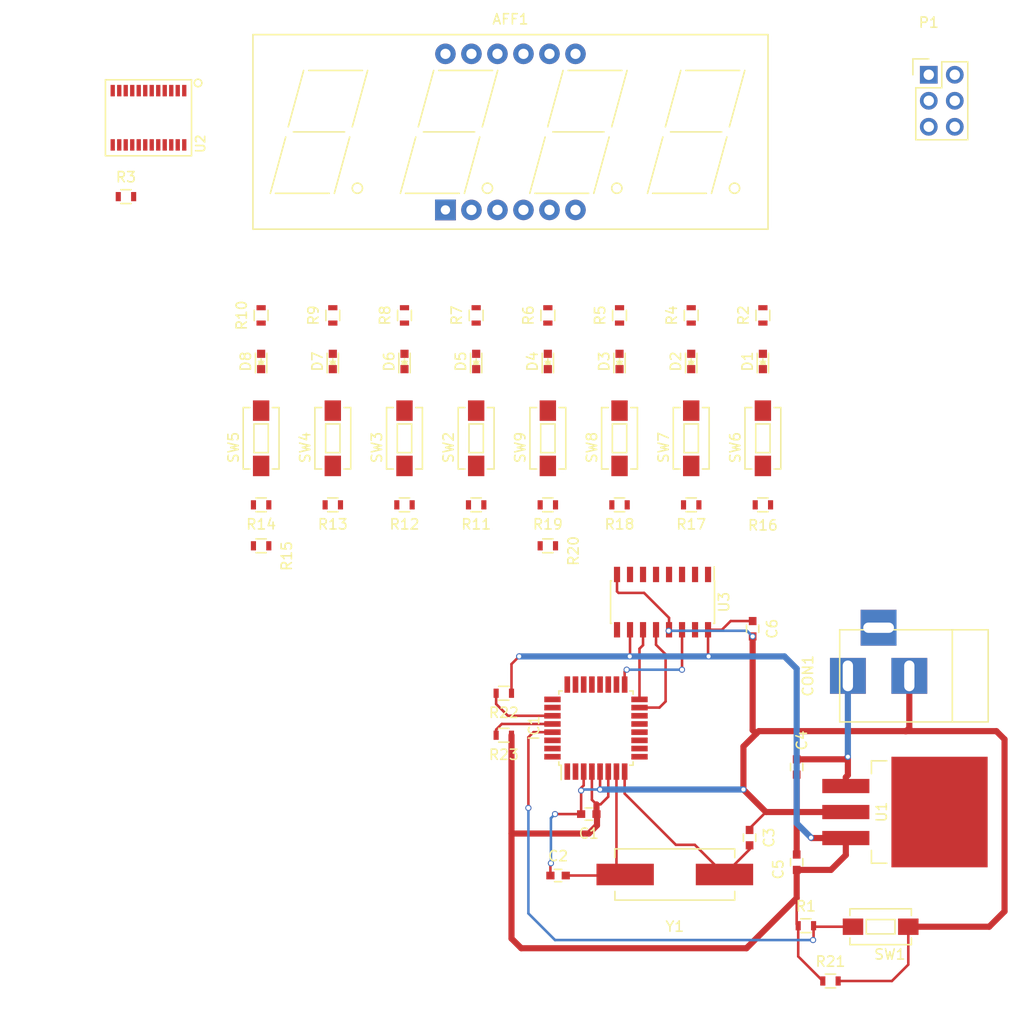
<source format=kicad_pcb>
(kicad_pcb (version 4) (host pcbnew 4.0.4-stable)

  (general
    (links 115)
    (no_connects 78)
    (area 81.499499 44.999499 181.500501 145.000501)
    (thickness 1.6)
    (drawings 4)
    (tracks 151)
    (zones 0)
    (modules 54)
    (nets 76)
  )

  (page A4)
  (layers
    (0 F.Cu signal)
    (31 B.Cu signal)
    (32 B.Adhes user)
    (33 F.Adhes user)
    (34 B.Paste user)
    (35 F.Paste user)
    (36 B.SilkS user)
    (37 F.SilkS user)
    (38 B.Mask user)
    (39 F.Mask user)
    (40 Dwgs.User user)
    (41 Cmts.User user)
    (42 Eco1.User user)
    (43 Eco2.User user)
    (44 Edge.Cuts user)
    (45 Margin user)
    (46 B.CrtYd user)
    (47 F.CrtYd user)
    (48 B.Fab user)
    (49 F.Fab user)
  )

  (setup
    (last_trace_width 0.25)
    (user_trace_width 0.6)
    (trace_clearance 0.2)
    (zone_clearance 0.508)
    (zone_45_only no)
    (trace_min 0.2)
    (segment_width 0.2)
    (edge_width 0.001)
    (via_size 0.6)
    (via_drill 0.4)
    (via_min_size 0.4)
    (via_min_drill 0.3)
    (uvia_size 0.3)
    (uvia_drill 0.1)
    (uvias_allowed no)
    (uvia_min_size 0.2)
    (uvia_min_drill 0.1)
    (pcb_text_width 0.3)
    (pcb_text_size 1.5 1.5)
    (mod_edge_width 0.15)
    (mod_text_size 1 1)
    (mod_text_width 0.15)
    (pad_size 1.524 1.524)
    (pad_drill 0.762)
    (pad_to_mask_clearance 0.2)
    (aux_axis_origin 0 0)
    (visible_elements 7FFFEFFF)
    (pcbplotparams
      (layerselection 0x00030_80000001)
      (usegerberextensions false)
      (excludeedgelayer true)
      (linewidth 0.100000)
      (plotframeref false)
      (viasonmask false)
      (mode 1)
      (useauxorigin false)
      (hpglpennumber 1)
      (hpglpenspeed 20)
      (hpglpendiameter 15)
      (hpglpenoverlay 2)
      (psnegative false)
      (psa4output false)
      (plotreference true)
      (plotvalue true)
      (plotinvisibletext false)
      (padsonsilk false)
      (subtractmaskfromsilk false)
      (outputformat 1)
      (mirror false)
      (drillshape 0)
      (scaleselection 1)
      (outputdirectory ""))
  )

  (net 0 "")
  (net 1 "Net-(AFF1-Pad1)")
  (net 2 "Net-(AFF1-Pad2)")
  (net 3 "Net-(AFF1-Pad3)")
  (net 4 "Net-(AFF1-Pad4)")
  (net 5 "Net-(AFF1-Pad5)")
  (net 6 "Net-(AFF1-Pad6)")
  (net 7 "Net-(AFF1-Pad9)")
  (net 8 "Net-(AFF1-Pad8)")
  (net 9 "Net-(AFF1-Pad12)")
  (net 10 "Net-(AFF1-Pad11)")
  (net 11 "Net-(AFF1-Pad7)")
  (net 12 "Net-(AFF1-Pad10)")
  (net 13 +5V)
  (net 14 GND)
  (net 15 /Atmega328-SMD-32-Base/XTAL1)
  (net 16 /Atmega328-SMD-32-Base/XTAL2)
  (net 17 /Power5V/Vin)
  (net 18 "Net-(CON1-Pad3)")
  (net 19 "Net-(D1-Pad2)")
  (net 20 "Net-(D2-Pad2)")
  (net 21 "Net-(D3-Pad2)")
  (net 22 "Net-(D4-Pad2)")
  (net 23 "Net-(D5-Pad2)")
  (net 24 "Net-(D6-Pad2)")
  (net 25 "Net-(D7-Pad2)")
  (net 26 "Net-(D8-Pad2)")
  (net 27 /Atmega328-SMD-32-Base/D3/PWM)
  (net 28 /Atmega328-SMD-32-Base/D4)
  (net 29 /Atmega328-SMD-32-Base/D5/PWM)
  (net 30 /Atmega328-SMD-32-Base/D6/PWM)
  (net 31 /Atmega328-SMD-32-Base/D7)
  (net 32 /Atmega328-SMD-32-Base/D8)
  (net 33 /Atmega328-SMD-32-Base/D9/PWM)
  (net 34 /Atmega328-SMD-32-Base/D10/PWM)
  (net 35 /MCU_D11)
  (net 36 /MCU_D12)
  (net 37 /MCU_D13)
  (net 38 /Atmega328-SMD-32-Base/A6)
  (net 39 /Atmega328-SMD-32-Base/A7)
  (net 40 /Atmega328-SMD-32-Base/A0)
  (net 41 /Atmega328-SMD-32-Base/A1)
  (net 42 /Atmega328-SMD-32-Base/A2)
  (net 43 /Atmega328-SMD-32-Base/A3)
  (net 44 /SDA)
  (net 45 /SCL)
  (net 46 /Atmega328-SMD-32-Base/reset)
  (net 47 /Atmega328-SMD-32-Base/D0/RX)
  (net 48 /Atmega328-SMD-32-Base/D1/TX)
  (net 49 /Atmega328-SMD-32-Base/D2)
  (net 50 "Net-(R2-Pad2)")
  (net 51 "Net-(R3-Pad1)")
  (net 52 "Net-(R4-Pad2)")
  (net 53 "Net-(R5-Pad2)")
  (net 54 "Net-(R6-Pad2)")
  (net 55 "Net-(R7-Pad2)")
  (net 56 "Net-(R8-Pad2)")
  (net 57 "Net-(R9-Pad2)")
  (net 58 "Net-(R10-Pad2)")
  (net 59 "Net-(R11-Pad2)")
  (net 60 "Net-(R12-Pad2)")
  (net 61 "Net-(R13-Pad2)")
  (net 62 "Net-(R14-Pad2)")
  (net 63 "Net-(R16-Pad2)")
  (net 64 "Net-(R17-Pad2)")
  (net 65 "Net-(R18-Pad2)")
  (net 66 "Net-(R19-Pad2)")
  (net 67 "Net-(U2-Pad24)")
  (net 68 "Net-(U2-Pad7)")
  (net 69 "Net-(U2-Pad17)")
  (net 70 "Net-(U2-Pad8)")
  (net 71 "Net-(U2-Pad9)")
  (net 72 "Net-(U2-Pad10)")
  (net 73 "Net-(U2-Pad11)")
  (net 74 "Net-(U2-Pad12)")
  (net 75 "Net-(U3-Pad9)")

  (net_class Default "This is the default net class."
    (clearance 0.2)
    (trace_width 0.25)
    (via_dia 0.6)
    (via_drill 0.4)
    (uvia_dia 0.3)
    (uvia_drill 0.1)
    (add_net +5V)
    (add_net /Atmega328-SMD-32-Base/A0)
    (add_net /Atmega328-SMD-32-Base/A1)
    (add_net /Atmega328-SMD-32-Base/A2)
    (add_net /Atmega328-SMD-32-Base/A3)
    (add_net /Atmega328-SMD-32-Base/A6)
    (add_net /Atmega328-SMD-32-Base/A7)
    (add_net /Atmega328-SMD-32-Base/D0/RX)
    (add_net /Atmega328-SMD-32-Base/D1/TX)
    (add_net /Atmega328-SMD-32-Base/D10/PWM)
    (add_net /Atmega328-SMD-32-Base/D2)
    (add_net /Atmega328-SMD-32-Base/D3/PWM)
    (add_net /Atmega328-SMD-32-Base/D4)
    (add_net /Atmega328-SMD-32-Base/D5/PWM)
    (add_net /Atmega328-SMD-32-Base/D6/PWM)
    (add_net /Atmega328-SMD-32-Base/D7)
    (add_net /Atmega328-SMD-32-Base/D8)
    (add_net /Atmega328-SMD-32-Base/D9/PWM)
    (add_net /Atmega328-SMD-32-Base/XTAL1)
    (add_net /Atmega328-SMD-32-Base/XTAL2)
    (add_net /Atmega328-SMD-32-Base/reset)
    (add_net /MCU_D11)
    (add_net /MCU_D12)
    (add_net /MCU_D13)
    (add_net /Power5V/Vin)
    (add_net /SCL)
    (add_net /SDA)
    (add_net GND)
    (add_net "Net-(AFF1-Pad1)")
    (add_net "Net-(AFF1-Pad10)")
    (add_net "Net-(AFF1-Pad11)")
    (add_net "Net-(AFF1-Pad12)")
    (add_net "Net-(AFF1-Pad2)")
    (add_net "Net-(AFF1-Pad3)")
    (add_net "Net-(AFF1-Pad4)")
    (add_net "Net-(AFF1-Pad5)")
    (add_net "Net-(AFF1-Pad6)")
    (add_net "Net-(AFF1-Pad7)")
    (add_net "Net-(AFF1-Pad8)")
    (add_net "Net-(AFF1-Pad9)")
    (add_net "Net-(CON1-Pad3)")
    (add_net "Net-(D1-Pad2)")
    (add_net "Net-(D2-Pad2)")
    (add_net "Net-(D3-Pad2)")
    (add_net "Net-(D4-Pad2)")
    (add_net "Net-(D5-Pad2)")
    (add_net "Net-(D6-Pad2)")
    (add_net "Net-(D7-Pad2)")
    (add_net "Net-(D8-Pad2)")
    (add_net "Net-(R10-Pad2)")
    (add_net "Net-(R11-Pad2)")
    (add_net "Net-(R12-Pad2)")
    (add_net "Net-(R13-Pad2)")
    (add_net "Net-(R14-Pad2)")
    (add_net "Net-(R16-Pad2)")
    (add_net "Net-(R17-Pad2)")
    (add_net "Net-(R18-Pad2)")
    (add_net "Net-(R19-Pad2)")
    (add_net "Net-(R2-Pad2)")
    (add_net "Net-(R3-Pad1)")
    (add_net "Net-(R4-Pad2)")
    (add_net "Net-(R5-Pad2)")
    (add_net "Net-(R6-Pad2)")
    (add_net "Net-(R7-Pad2)")
    (add_net "Net-(R8-Pad2)")
    (add_net "Net-(R9-Pad2)")
    (add_net "Net-(U2-Pad10)")
    (add_net "Net-(U2-Pad11)")
    (add_net "Net-(U2-Pad12)")
    (add_net "Net-(U2-Pad17)")
    (add_net "Net-(U2-Pad24)")
    (add_net "Net-(U2-Pad7)")
    (add_net "Net-(U2-Pad8)")
    (add_net "Net-(U2-Pad9)")
    (add_net "Net-(U3-Pad9)")
  )

  (net_class Power ""
    (clearance 0.2)
    (trace_width 0.6)
    (via_dia 0.6)
    (via_drill 0.4)
    (uvia_dia 0.3)
    (uvia_drill 0.1)
  )

  (module Displays_7-Segment:Cx56-12 placed (layer F.Cu) (tedit 557ED01E) (tstamp 581F9922)
    (at 125 65.5)
    (descr "4x7-segments, 14 mm, Kingbright CA56-12 and CC56-12 displays")
    (tags "7-segments display")
    (path /58132E32)
    (fp_text reference AFF1 (at 6.35 -18.62) (layer F.SilkS)
      (effects (font (size 1 1) (thickness 0.15)))
    )
    (fp_text value LTC-5723HR (at 6.35 3.38) (layer F.Fab)
      (effects (font (size 1 1) (thickness 0.15)))
    )
    (fp_line (start 31.75 2.15) (end -19.05 2.15) (layer F.CrtYd) (width 0.05))
    (fp_line (start 31.75 -17.35) (end 31.75 2.15) (layer F.CrtYd) (width 0.05))
    (fp_line (start -19.05 -17.35) (end 31.75 -17.35) (layer F.CrtYd) (width 0.05))
    (fp_line (start -19.05 2.15) (end -19.05 -17.35) (layer F.CrtYd) (width 0.05))
    (fp_line (start 31.5 1.88) (end -18.8 1.88) (layer F.SilkS) (width 0.15))
    (fp_line (start -18.8 1.88) (end -18.8 -17.12) (layer F.SilkS) (width 0.15))
    (fp_line (start -18.8 -17.12) (end 31.5 -17.12) (layer F.SilkS) (width 0.15))
    (fp_line (start 31.5 -17.12) (end 31.5 1.88) (layer F.SilkS) (width 0.15))
    (fp_line (start 21.98 -7.62) (end 26.98 -7.62) (layer F.SilkS) (width 0.15))
    (fp_line (start 20.23 -1.62) (end 25.48 -1.62) (layer F.SilkS) (width 0.15))
    (fp_line (start 27.73 -8.12) (end 29.23 -13.62) (layer F.SilkS) (width 0.15))
    (fp_line (start 25.98 -1.62) (end 27.48 -7.12) (layer F.SilkS) (width 0.15))
    (fp_line (start 21.48 -8.12) (end 22.98 -13.62) (layer F.SilkS) (width 0.15))
    (fp_line (start 19.73 -1.62) (end 21.23 -7.12) (layer F.SilkS) (width 0.15))
    (fp_line (start 23.48 -13.62) (end 28.73 -13.62) (layer F.SilkS) (width 0.15))
    (fp_line (start -14.85 -7.62) (end -9.85 -7.62) (layer F.SilkS) (width 0.15))
    (fp_line (start -16.6 -1.62) (end -11.35 -1.62) (layer F.SilkS) (width 0.15))
    (fp_line (start -9.1 -8.12) (end -7.6 -13.62) (layer F.SilkS) (width 0.15))
    (fp_line (start -10.85 -1.62) (end -9.35 -7.12) (layer F.SilkS) (width 0.15))
    (fp_line (start -15.35 -8.12) (end -13.85 -13.62) (layer F.SilkS) (width 0.15))
    (fp_line (start -17.1 -1.62) (end -15.6 -7.12) (layer F.SilkS) (width 0.15))
    (fp_line (start -13.35 -13.62) (end -8.1 -13.62) (layer F.SilkS) (width 0.15))
    (fp_line (start -0.65 -13.62) (end 4.6 -13.62) (layer F.SilkS) (width 0.15))
    (fp_line (start -4.4 -1.62) (end -2.9 -7.12) (layer F.SilkS) (width 0.15))
    (fp_line (start -2.65 -8.12) (end -1.15 -13.62) (layer F.SilkS) (width 0.15))
    (fp_line (start 1.85 -1.62) (end 3.35 -7.12) (layer F.SilkS) (width 0.15))
    (fp_line (start 3.6 -8.12) (end 5.1 -13.62) (layer F.SilkS) (width 0.15))
    (fp_line (start -3.9 -1.62) (end 1.35 -1.62) (layer F.SilkS) (width 0.15))
    (fp_line (start -2.15 -7.62) (end 2.85 -7.62) (layer F.SilkS) (width 0.15))
    (fp_line (start 16.235 -8.12) (end 17.735 -13.62) (layer F.SilkS) (width 0.15))
    (fp_line (start 11.985 -13.62) (end 17.235 -13.62) (layer F.SilkS) (width 0.15))
    (fp_line (start 9.985 -8.12) (end 11.485 -13.62) (layer F.SilkS) (width 0.15))
    (fp_line (start 10.485 -7.62) (end 15.485 -7.62) (layer F.SilkS) (width 0.15))
    (fp_line (start 8.735 -1.62) (end 13.985 -1.62) (layer F.SilkS) (width 0.15))
    (fp_line (start 8.235 -1.62) (end 9.735 -7.12) (layer F.SilkS) (width 0.15))
    (fp_line (start 14.485 -1.62) (end 15.985 -7.12) (layer F.SilkS) (width 0.15))
    (fp_circle (center 28.23 -2.12) (end 28.23 -1.62) (layer F.SilkS) (width 0.15))
    (fp_circle (center -8.6 -2.12) (end -8.6 -1.62) (layer F.SilkS) (width 0.15))
    (fp_circle (center 16.735 -2.12) (end 16.735 -1.62) (layer F.SilkS) (width 0.15))
    (fp_circle (center 4.1 -2.12) (end 4.1 -1.62) (layer F.SilkS) (width 0.15))
    (pad 1 thru_hole rect (at 0 0) (size 2.032 2.032) (drill 0.9144) (layers *.Cu *.Mask)
      (net 1 "Net-(AFF1-Pad1)"))
    (pad 2 thru_hole circle (at 2.54 0) (size 2 2) (drill 1) (layers *.Cu *.Mask)
      (net 2 "Net-(AFF1-Pad2)"))
    (pad 3 thru_hole circle (at 5.08 0) (size 2 2) (drill 1) (layers *.Cu *.Mask)
      (net 3 "Net-(AFF1-Pad3)"))
    (pad 4 thru_hole circle (at 7.62 0) (size 2 2) (drill 1) (layers *.Cu *.Mask)
      (net 4 "Net-(AFF1-Pad4)"))
    (pad 5 thru_hole circle (at 10.16 0) (size 2 2) (drill 1) (layers *.Cu *.Mask)
      (net 5 "Net-(AFF1-Pad5)"))
    (pad 6 thru_hole circle (at 12.7 0) (size 2 2) (drill 1) (layers *.Cu *.Mask)
      (net 6 "Net-(AFF1-Pad6)"))
    (pad 9 thru_hole circle (at 7.62 -15.24) (size 2 2) (drill 1) (layers *.Cu *.Mask)
      (net 7 "Net-(AFF1-Pad9)"))
    (pad 8 thru_hole circle (at 10.16 -15.24) (size 2 2) (drill 1) (layers *.Cu *.Mask)
      (net 8 "Net-(AFF1-Pad8)"))
    (pad 12 thru_hole circle (at 0 -15.24) (size 2 2) (drill 1) (layers *.Cu *.Mask)
      (net 9 "Net-(AFF1-Pad12)"))
    (pad 11 thru_hole circle (at 2.54 -15.24) (size 2 2) (drill 1) (layers *.Cu *.Mask)
      (net 10 "Net-(AFF1-Pad11)"))
    (pad 7 thru_hole circle (at 12.7 -15.24) (size 2 2) (drill 1) (layers *.Cu *.Mask)
      (net 11 "Net-(AFF1-Pad7)"))
    (pad 10 thru_hole circle (at 5.08 -15.24) (size 2 2) (drill 1) (layers *.Cu *.Mask)
      (net 12 "Net-(AFF1-Pad10)"))
    (model Displays_7-Segment.3dshapes/Cx56-12.wrl
      (at (xyz 0.254 0.3 0.03937))
      (scale (xyz 0.393701 0.393701 0.393701))
      (rotate (xyz 0 0 0))
    )
  )

  (module Capacitors_SMD:C_0603 placed (layer F.Cu) (tedit 5820E4C4) (tstamp 581F9932)
    (at 139 124.5 180)
    (descr "Capacitor SMD 0603, reflow soldering, AVX (see smccp.pdf)")
    (tags "capacitor 0603")
    (path /580D32C7/580CBA48)
    (attr smd)
    (fp_text reference C1 (at 0 -1.9 180) (layer F.SilkS)
      (effects (font (size 1 1) (thickness 0.15)))
    )
    (fp_text value 0.1uF (at 2.2 0.6 270) (layer F.Fab)
      (effects (font (size 1 1) (thickness 0.15)))
    )
    (fp_line (start -0.8 0.4) (end -0.8 -0.4) (layer F.Fab) (width 0.15))
    (fp_line (start 0.8 0.4) (end -0.8 0.4) (layer F.Fab) (width 0.15))
    (fp_line (start 0.8 -0.4) (end 0.8 0.4) (layer F.Fab) (width 0.15))
    (fp_line (start -0.8 -0.4) (end 0.8 -0.4) (layer F.Fab) (width 0.15))
    (fp_line (start -1.45 -0.75) (end 1.45 -0.75) (layer F.CrtYd) (width 0.05))
    (fp_line (start -1.45 0.75) (end 1.45 0.75) (layer F.CrtYd) (width 0.05))
    (fp_line (start -1.45 -0.75) (end -1.45 0.75) (layer F.CrtYd) (width 0.05))
    (fp_line (start 1.45 -0.75) (end 1.45 0.75) (layer F.CrtYd) (width 0.05))
    (fp_line (start -0.35 -0.6) (end 0.35 -0.6) (layer F.SilkS) (width 0.15))
    (fp_line (start 0.35 0.6) (end -0.35 0.6) (layer F.SilkS) (width 0.15))
    (pad 1 smd rect (at -0.75 0 180) (size 0.8 0.75) (layers F.Cu F.Paste F.Mask)
      (net 13 +5V))
    (pad 2 smd rect (at 0.75 0 180) (size 0.8 0.75) (layers F.Cu F.Paste F.Mask)
      (net 14 GND))
    (model Capacitors_SMD.3dshapes/C_0603.wrl
      (at (xyz 0 0 0))
      (scale (xyz 1 1 1))
      (rotate (xyz 0 0 0))
    )
  )

  (module Capacitors_SMD:C_0603 placed (layer F.Cu) (tedit 5415D631) (tstamp 581F9942)
    (at 136 130.5)
    (descr "Capacitor SMD 0603, reflow soldering, AVX (see smccp.pdf)")
    (tags "capacitor 0603")
    (path /580D32C7/580D2840)
    (attr smd)
    (fp_text reference C2 (at 0 -1.9) (layer F.SilkS)
      (effects (font (size 1 1) (thickness 0.15)))
    )
    (fp_text value 22pF (at 0 1.9) (layer F.Fab)
      (effects (font (size 1 1) (thickness 0.15)))
    )
    (fp_line (start -0.8 0.4) (end -0.8 -0.4) (layer F.Fab) (width 0.15))
    (fp_line (start 0.8 0.4) (end -0.8 0.4) (layer F.Fab) (width 0.15))
    (fp_line (start 0.8 -0.4) (end 0.8 0.4) (layer F.Fab) (width 0.15))
    (fp_line (start -0.8 -0.4) (end 0.8 -0.4) (layer F.Fab) (width 0.15))
    (fp_line (start -1.45 -0.75) (end 1.45 -0.75) (layer F.CrtYd) (width 0.05))
    (fp_line (start -1.45 0.75) (end 1.45 0.75) (layer F.CrtYd) (width 0.05))
    (fp_line (start -1.45 -0.75) (end -1.45 0.75) (layer F.CrtYd) (width 0.05))
    (fp_line (start 1.45 -0.75) (end 1.45 0.75) (layer F.CrtYd) (width 0.05))
    (fp_line (start -0.35 -0.6) (end 0.35 -0.6) (layer F.SilkS) (width 0.15))
    (fp_line (start 0.35 0.6) (end -0.35 0.6) (layer F.SilkS) (width 0.15))
    (pad 1 smd rect (at -0.75 0) (size 0.8 0.75) (layers F.Cu F.Paste F.Mask)
      (net 14 GND))
    (pad 2 smd rect (at 0.75 0) (size 0.8 0.75) (layers F.Cu F.Paste F.Mask)
      (net 15 /Atmega328-SMD-32-Base/XTAL1))
    (model Capacitors_SMD.3dshapes/C_0603.wrl
      (at (xyz 0 0 0))
      (scale (xyz 1 1 1))
      (rotate (xyz 0 0 0))
    )
  )

  (module Capacitors_SMD:C_0603 placed (layer F.Cu) (tedit 5415D631) (tstamp 581F9952)
    (at 154.7 126.8 270)
    (descr "Capacitor SMD 0603, reflow soldering, AVX (see smccp.pdf)")
    (tags "capacitor 0603")
    (path /580D32C7/581FBF2D)
    (attr smd)
    (fp_text reference C3 (at 0 -1.9 270) (layer F.SilkS)
      (effects (font (size 1 1) (thickness 0.15)))
    )
    (fp_text value 22pF (at 0 1.9 270) (layer F.Fab)
      (effects (font (size 1 1) (thickness 0.15)))
    )
    (fp_line (start -0.8 0.4) (end -0.8 -0.4) (layer F.Fab) (width 0.15))
    (fp_line (start 0.8 0.4) (end -0.8 0.4) (layer F.Fab) (width 0.15))
    (fp_line (start 0.8 -0.4) (end 0.8 0.4) (layer F.Fab) (width 0.15))
    (fp_line (start -0.8 -0.4) (end 0.8 -0.4) (layer F.Fab) (width 0.15))
    (fp_line (start -1.45 -0.75) (end 1.45 -0.75) (layer F.CrtYd) (width 0.05))
    (fp_line (start -1.45 0.75) (end 1.45 0.75) (layer F.CrtYd) (width 0.05))
    (fp_line (start -1.45 -0.75) (end -1.45 0.75) (layer F.CrtYd) (width 0.05))
    (fp_line (start 1.45 -0.75) (end 1.45 0.75) (layer F.CrtYd) (width 0.05))
    (fp_line (start -0.35 -0.6) (end 0.35 -0.6) (layer F.SilkS) (width 0.15))
    (fp_line (start 0.35 0.6) (end -0.35 0.6) (layer F.SilkS) (width 0.15))
    (pad 1 smd rect (at -0.75 0 270) (size 0.8 0.75) (layers F.Cu F.Paste F.Mask)
      (net 14 GND))
    (pad 2 smd rect (at 0.75 0 270) (size 0.8 0.75) (layers F.Cu F.Paste F.Mask)
      (net 16 /Atmega328-SMD-32-Base/XTAL2))
    (model Capacitors_SMD.3dshapes/C_0603.wrl
      (at (xyz 0 0 0))
      (scale (xyz 1 1 1))
      (rotate (xyz 0 0 0))
    )
  )

  (module Capacitors_SMD:C_0603 placed (layer F.Cu) (tedit 5820D844) (tstamp 581F9962)
    (at 159.3 119.9 270)
    (descr "Capacitor SMD 0603, reflow soldering, AVX (see smccp.pdf)")
    (tags "capacitor 0603")
    (path /580D5FD0/57EC3733)
    (attr smd)
    (fp_text reference C4 (at -2.6 -0.5 270) (layer F.SilkS)
      (effects (font (size 1 1) (thickness 0.15)))
    )
    (fp_text value 0.33uF (at -0.7 1.8 270) (layer F.Fab)
      (effects (font (size 1 1) (thickness 0.15)))
    )
    (fp_line (start -0.8 0.4) (end -0.8 -0.4) (layer F.Fab) (width 0.15))
    (fp_line (start 0.8 0.4) (end -0.8 0.4) (layer F.Fab) (width 0.15))
    (fp_line (start 0.8 -0.4) (end 0.8 0.4) (layer F.Fab) (width 0.15))
    (fp_line (start -0.8 -0.4) (end 0.8 -0.4) (layer F.Fab) (width 0.15))
    (fp_line (start -1.45 -0.75) (end 1.45 -0.75) (layer F.CrtYd) (width 0.05))
    (fp_line (start -1.45 0.75) (end 1.45 0.75) (layer F.CrtYd) (width 0.05))
    (fp_line (start -1.45 -0.75) (end -1.45 0.75) (layer F.CrtYd) (width 0.05))
    (fp_line (start 1.45 -0.75) (end 1.45 0.75) (layer F.CrtYd) (width 0.05))
    (fp_line (start -0.35 -0.6) (end 0.35 -0.6) (layer F.SilkS) (width 0.15))
    (fp_line (start 0.35 0.6) (end -0.35 0.6) (layer F.SilkS) (width 0.15))
    (pad 1 smd rect (at -0.75 0 270) (size 0.8 0.75) (layers F.Cu F.Paste F.Mask)
      (net 17 /Power5V/Vin))
    (pad 2 smd rect (at 0.75 0 270) (size 0.8 0.75) (layers F.Cu F.Paste F.Mask)
      (net 14 GND))
    (model Capacitors_SMD.3dshapes/C_0603.wrl
      (at (xyz 0 0 0))
      (scale (xyz 1 1 1))
      (rotate (xyz 0 0 0))
    )
  )

  (module Capacitors_SMD:C_0603 placed (layer F.Cu) (tedit 5820D83B) (tstamp 581F9972)
    (at 159.3 129.2 90)
    (descr "Capacitor SMD 0603, reflow soldering, AVX (see smccp.pdf)")
    (tags "capacitor 0603")
    (path /580D5FD0/57EC379E)
    (attr smd)
    (fp_text reference C5 (at -0.7 -1.8 90) (layer F.SilkS)
      (effects (font (size 1 1) (thickness 0.15)))
    )
    (fp_text value 0.1uF (at -4.1 -0.1 90) (layer F.Fab)
      (effects (font (size 1 1) (thickness 0.15)))
    )
    (fp_line (start -0.8 0.4) (end -0.8 -0.4) (layer F.Fab) (width 0.15))
    (fp_line (start 0.8 0.4) (end -0.8 0.4) (layer F.Fab) (width 0.15))
    (fp_line (start 0.8 -0.4) (end 0.8 0.4) (layer F.Fab) (width 0.15))
    (fp_line (start -0.8 -0.4) (end 0.8 -0.4) (layer F.Fab) (width 0.15))
    (fp_line (start -1.45 -0.75) (end 1.45 -0.75) (layer F.CrtYd) (width 0.05))
    (fp_line (start -1.45 0.75) (end 1.45 0.75) (layer F.CrtYd) (width 0.05))
    (fp_line (start -1.45 -0.75) (end -1.45 0.75) (layer F.CrtYd) (width 0.05))
    (fp_line (start 1.45 -0.75) (end 1.45 0.75) (layer F.CrtYd) (width 0.05))
    (fp_line (start -0.35 -0.6) (end 0.35 -0.6) (layer F.SilkS) (width 0.15))
    (fp_line (start 0.35 0.6) (end -0.35 0.6) (layer F.SilkS) (width 0.15))
    (pad 1 smd rect (at -0.75 0 90) (size 0.8 0.75) (layers F.Cu F.Paste F.Mask)
      (net 13 +5V))
    (pad 2 smd rect (at 0.75 0 90) (size 0.8 0.75) (layers F.Cu F.Paste F.Mask)
      (net 14 GND))
    (model Capacitors_SMD.3dshapes/C_0603.wrl
      (at (xyz 0 0 0))
      (scale (xyz 1 1 1))
      (rotate (xyz 0 0 0))
    )
  )

  (module Capacitors_SMD:C_0603 placed (layer F.Cu) (tedit 5415D631) (tstamp 581F9982)
    (at 155 106.4 270)
    (descr "Capacitor SMD 0603, reflow soldering, AVX (see smccp.pdf)")
    (tags "capacitor 0603")
    (path /581F4D21)
    (attr smd)
    (fp_text reference C6 (at 0 -1.9 270) (layer F.SilkS)
      (effects (font (size 1 1) (thickness 0.15)))
    )
    (fp_text value 0.1uF (at 0 1.9 270) (layer F.Fab)
      (effects (font (size 1 1) (thickness 0.15)))
    )
    (fp_line (start -0.8 0.4) (end -0.8 -0.4) (layer F.Fab) (width 0.15))
    (fp_line (start 0.8 0.4) (end -0.8 0.4) (layer F.Fab) (width 0.15))
    (fp_line (start 0.8 -0.4) (end 0.8 0.4) (layer F.Fab) (width 0.15))
    (fp_line (start -0.8 -0.4) (end 0.8 -0.4) (layer F.Fab) (width 0.15))
    (fp_line (start -1.45 -0.75) (end 1.45 -0.75) (layer F.CrtYd) (width 0.05))
    (fp_line (start -1.45 0.75) (end 1.45 0.75) (layer F.CrtYd) (width 0.05))
    (fp_line (start -1.45 -0.75) (end -1.45 0.75) (layer F.CrtYd) (width 0.05))
    (fp_line (start 1.45 -0.75) (end 1.45 0.75) (layer F.CrtYd) (width 0.05))
    (fp_line (start -0.35 -0.6) (end 0.35 -0.6) (layer F.SilkS) (width 0.15))
    (fp_line (start 0.35 0.6) (end -0.35 0.6) (layer F.SilkS) (width 0.15))
    (pad 1 smd rect (at -0.75 0 270) (size 0.8 0.75) (layers F.Cu F.Paste F.Mask)
      (net 13 +5V))
    (pad 2 smd rect (at 0.75 0 270) (size 0.8 0.75) (layers F.Cu F.Paste F.Mask)
      (net 14 GND))
    (model Capacitors_SMD.3dshapes/C_0603.wrl
      (at (xyz 0 0 0))
      (scale (xyz 1 1 1))
      (rotate (xyz 0 0 0))
    )
  )

  (module Connect:BARREL_JACK placed (layer F.Cu) (tedit 0) (tstamp 581F998E)
    (at 170.5 111 180)
    (descr "DC Barrel Jack")
    (tags "Power Jack")
    (path /580D4E35)
    (fp_text reference CON1 (at 10.09904 0 270) (layer F.SilkS)
      (effects (font (size 1 1) (thickness 0.15)))
    )
    (fp_text value BARREL_JACK (at 0 -5.99948 180) (layer F.Fab)
      (effects (font (size 1 1) (thickness 0.15)))
    )
    (fp_line (start -4.0005 -4.50088) (end -4.0005 4.50088) (layer F.SilkS) (width 0.15))
    (fp_line (start -7.50062 -4.50088) (end -7.50062 4.50088) (layer F.SilkS) (width 0.15))
    (fp_line (start -7.50062 4.50088) (end 7.00024 4.50088) (layer F.SilkS) (width 0.15))
    (fp_line (start 7.00024 4.50088) (end 7.00024 -4.50088) (layer F.SilkS) (width 0.15))
    (fp_line (start 7.00024 -4.50088) (end -7.50062 -4.50088) (layer F.SilkS) (width 0.15))
    (pad 1 thru_hole rect (at 6.20014 0 180) (size 3.50012 3.50012) (drill oval 1.00076 2.99974) (layers *.Cu *.Mask)
      (net 17 /Power5V/Vin))
    (pad 2 thru_hole rect (at 0.20066 0 180) (size 3.50012 3.50012) (drill oval 1.00076 2.99974) (layers *.Cu *.Mask)
      (net 14 GND))
    (pad 3 thru_hole rect (at 3.2004 4.699 180) (size 3.50012 3.50012) (drill oval 2.99974 1.00076) (layers *.Cu *.Mask)
      (net 18 "Net-(CON1-Pad3)"))
  )

  (module LEDs:LED_0603 placed (layer F.Cu) (tedit 55BDE255) (tstamp 581F99A7)
    (at 156 80.3 90)
    (descr "LED 0603 smd package")
    (tags "LED led 0603 SMD smd SMT smt smdled SMDLED smtled SMTLED")
    (path /581D0C41)
    (attr smd)
    (fp_text reference D1 (at 0 -1.5 90) (layer F.SilkS)
      (effects (font (size 1 1) (thickness 0.15)))
    )
    (fp_text value ILED1 (at 0 1.5 90) (layer F.Fab)
      (effects (font (size 1 1) (thickness 0.15)))
    )
    (fp_line (start -0.3 -0.2) (end -0.3 0.2) (layer F.Fab) (width 0.15))
    (fp_line (start -0.2 0) (end 0.1 -0.2) (layer F.Fab) (width 0.15))
    (fp_line (start 0.1 0.2) (end -0.2 0) (layer F.Fab) (width 0.15))
    (fp_line (start 0.1 -0.2) (end 0.1 0.2) (layer F.Fab) (width 0.15))
    (fp_line (start 0.8 0.4) (end -0.8 0.4) (layer F.Fab) (width 0.15))
    (fp_line (start 0.8 -0.4) (end 0.8 0.4) (layer F.Fab) (width 0.15))
    (fp_line (start -0.8 -0.4) (end 0.8 -0.4) (layer F.Fab) (width 0.15))
    (fp_line (start -0.8 0.4) (end -0.8 -0.4) (layer F.Fab) (width 0.15))
    (fp_line (start -1.1 0.55) (end 0.8 0.55) (layer F.SilkS) (width 0.15))
    (fp_line (start -1.1 -0.55) (end 0.8 -0.55) (layer F.SilkS) (width 0.15))
    (fp_line (start -0.2 0) (end 0.25 0) (layer F.SilkS) (width 0.15))
    (fp_line (start -0.25 -0.25) (end -0.25 0.25) (layer F.SilkS) (width 0.15))
    (fp_line (start -0.25 0) (end 0 -0.25) (layer F.SilkS) (width 0.15))
    (fp_line (start 0 -0.25) (end 0 0.25) (layer F.SilkS) (width 0.15))
    (fp_line (start 0 0.25) (end -0.25 0) (layer F.SilkS) (width 0.15))
    (fp_line (start 1.4 -0.75) (end 1.4 0.75) (layer F.CrtYd) (width 0.05))
    (fp_line (start 1.4 0.75) (end -1.4 0.75) (layer F.CrtYd) (width 0.05))
    (fp_line (start -1.4 0.75) (end -1.4 -0.75) (layer F.CrtYd) (width 0.05))
    (fp_line (start -1.4 -0.75) (end 1.4 -0.75) (layer F.CrtYd) (width 0.05))
    (pad 2 smd rect (at 0.7493 0 270) (size 0.79756 0.79756) (layers F.Cu F.Paste F.Mask)
      (net 19 "Net-(D1-Pad2)"))
    (pad 1 smd rect (at -0.7493 0 270) (size 0.79756 0.79756) (layers F.Cu F.Paste F.Mask)
      (net 14 GND))
    (model LEDs.3dshapes/LED_0603.wrl
      (at (xyz 0 0 0))
      (scale (xyz 1 1 1))
      (rotate (xyz 0 0 180))
    )
  )

  (module LEDs:LED_0603 placed (layer F.Cu) (tedit 55BDE255) (tstamp 581F99C0)
    (at 149 80.3 90)
    (descr "LED 0603 smd package")
    (tags "LED led 0603 SMD smd SMT smt smdled SMDLED smtled SMTLED")
    (path /581E89F2)
    (attr smd)
    (fp_text reference D2 (at 0 -1.5 90) (layer F.SilkS)
      (effects (font (size 1 1) (thickness 0.15)))
    )
    (fp_text value ILED1 (at 0 1.5 90) (layer F.Fab)
      (effects (font (size 1 1) (thickness 0.15)))
    )
    (fp_line (start -0.3 -0.2) (end -0.3 0.2) (layer F.Fab) (width 0.15))
    (fp_line (start -0.2 0) (end 0.1 -0.2) (layer F.Fab) (width 0.15))
    (fp_line (start 0.1 0.2) (end -0.2 0) (layer F.Fab) (width 0.15))
    (fp_line (start 0.1 -0.2) (end 0.1 0.2) (layer F.Fab) (width 0.15))
    (fp_line (start 0.8 0.4) (end -0.8 0.4) (layer F.Fab) (width 0.15))
    (fp_line (start 0.8 -0.4) (end 0.8 0.4) (layer F.Fab) (width 0.15))
    (fp_line (start -0.8 -0.4) (end 0.8 -0.4) (layer F.Fab) (width 0.15))
    (fp_line (start -0.8 0.4) (end -0.8 -0.4) (layer F.Fab) (width 0.15))
    (fp_line (start -1.1 0.55) (end 0.8 0.55) (layer F.SilkS) (width 0.15))
    (fp_line (start -1.1 -0.55) (end 0.8 -0.55) (layer F.SilkS) (width 0.15))
    (fp_line (start -0.2 0) (end 0.25 0) (layer F.SilkS) (width 0.15))
    (fp_line (start -0.25 -0.25) (end -0.25 0.25) (layer F.SilkS) (width 0.15))
    (fp_line (start -0.25 0) (end 0 -0.25) (layer F.SilkS) (width 0.15))
    (fp_line (start 0 -0.25) (end 0 0.25) (layer F.SilkS) (width 0.15))
    (fp_line (start 0 0.25) (end -0.25 0) (layer F.SilkS) (width 0.15))
    (fp_line (start 1.4 -0.75) (end 1.4 0.75) (layer F.CrtYd) (width 0.05))
    (fp_line (start 1.4 0.75) (end -1.4 0.75) (layer F.CrtYd) (width 0.05))
    (fp_line (start -1.4 0.75) (end -1.4 -0.75) (layer F.CrtYd) (width 0.05))
    (fp_line (start -1.4 -0.75) (end 1.4 -0.75) (layer F.CrtYd) (width 0.05))
    (pad 2 smd rect (at 0.7493 0 270) (size 0.79756 0.79756) (layers F.Cu F.Paste F.Mask)
      (net 20 "Net-(D2-Pad2)"))
    (pad 1 smd rect (at -0.7493 0 270) (size 0.79756 0.79756) (layers F.Cu F.Paste F.Mask)
      (net 14 GND))
    (model LEDs.3dshapes/LED_0603.wrl
      (at (xyz 0 0 0))
      (scale (xyz 1 1 1))
      (rotate (xyz 0 0 180))
    )
  )

  (module LEDs:LED_0603 placed (layer F.Cu) (tedit 55BDE255) (tstamp 581F99D9)
    (at 142 80.3 90)
    (descr "LED 0603 smd package")
    (tags "LED led 0603 SMD smd SMT smt smdled SMDLED smtled SMTLED")
    (path /581E8B1C)
    (attr smd)
    (fp_text reference D3 (at 0 -1.5 90) (layer F.SilkS)
      (effects (font (size 1 1) (thickness 0.15)))
    )
    (fp_text value ILED1 (at 0 1.5 90) (layer F.Fab)
      (effects (font (size 1 1) (thickness 0.15)))
    )
    (fp_line (start -0.3 -0.2) (end -0.3 0.2) (layer F.Fab) (width 0.15))
    (fp_line (start -0.2 0) (end 0.1 -0.2) (layer F.Fab) (width 0.15))
    (fp_line (start 0.1 0.2) (end -0.2 0) (layer F.Fab) (width 0.15))
    (fp_line (start 0.1 -0.2) (end 0.1 0.2) (layer F.Fab) (width 0.15))
    (fp_line (start 0.8 0.4) (end -0.8 0.4) (layer F.Fab) (width 0.15))
    (fp_line (start 0.8 -0.4) (end 0.8 0.4) (layer F.Fab) (width 0.15))
    (fp_line (start -0.8 -0.4) (end 0.8 -0.4) (layer F.Fab) (width 0.15))
    (fp_line (start -0.8 0.4) (end -0.8 -0.4) (layer F.Fab) (width 0.15))
    (fp_line (start -1.1 0.55) (end 0.8 0.55) (layer F.SilkS) (width 0.15))
    (fp_line (start -1.1 -0.55) (end 0.8 -0.55) (layer F.SilkS) (width 0.15))
    (fp_line (start -0.2 0) (end 0.25 0) (layer F.SilkS) (width 0.15))
    (fp_line (start -0.25 -0.25) (end -0.25 0.25) (layer F.SilkS) (width 0.15))
    (fp_line (start -0.25 0) (end 0 -0.25) (layer F.SilkS) (width 0.15))
    (fp_line (start 0 -0.25) (end 0 0.25) (layer F.SilkS) (width 0.15))
    (fp_line (start 0 0.25) (end -0.25 0) (layer F.SilkS) (width 0.15))
    (fp_line (start 1.4 -0.75) (end 1.4 0.75) (layer F.CrtYd) (width 0.05))
    (fp_line (start 1.4 0.75) (end -1.4 0.75) (layer F.CrtYd) (width 0.05))
    (fp_line (start -1.4 0.75) (end -1.4 -0.75) (layer F.CrtYd) (width 0.05))
    (fp_line (start -1.4 -0.75) (end 1.4 -0.75) (layer F.CrtYd) (width 0.05))
    (pad 2 smd rect (at 0.7493 0 270) (size 0.79756 0.79756) (layers F.Cu F.Paste F.Mask)
      (net 21 "Net-(D3-Pad2)"))
    (pad 1 smd rect (at -0.7493 0 270) (size 0.79756 0.79756) (layers F.Cu F.Paste F.Mask)
      (net 14 GND))
    (model LEDs.3dshapes/LED_0603.wrl
      (at (xyz 0 0 0))
      (scale (xyz 1 1 1))
      (rotate (xyz 0 0 180))
    )
  )

  (module LEDs:LED_0603 placed (layer F.Cu) (tedit 55BDE255) (tstamp 581F99F2)
    (at 135 80.3 90)
    (descr "LED 0603 smd package")
    (tags "LED led 0603 SMD smd SMT smt smdled SMDLED smtled SMTLED")
    (path /581E8B2C)
    (attr smd)
    (fp_text reference D4 (at 0 -1.5 90) (layer F.SilkS)
      (effects (font (size 1 1) (thickness 0.15)))
    )
    (fp_text value ILED1 (at 0 1.5 90) (layer F.Fab)
      (effects (font (size 1 1) (thickness 0.15)))
    )
    (fp_line (start -0.3 -0.2) (end -0.3 0.2) (layer F.Fab) (width 0.15))
    (fp_line (start -0.2 0) (end 0.1 -0.2) (layer F.Fab) (width 0.15))
    (fp_line (start 0.1 0.2) (end -0.2 0) (layer F.Fab) (width 0.15))
    (fp_line (start 0.1 -0.2) (end 0.1 0.2) (layer F.Fab) (width 0.15))
    (fp_line (start 0.8 0.4) (end -0.8 0.4) (layer F.Fab) (width 0.15))
    (fp_line (start 0.8 -0.4) (end 0.8 0.4) (layer F.Fab) (width 0.15))
    (fp_line (start -0.8 -0.4) (end 0.8 -0.4) (layer F.Fab) (width 0.15))
    (fp_line (start -0.8 0.4) (end -0.8 -0.4) (layer F.Fab) (width 0.15))
    (fp_line (start -1.1 0.55) (end 0.8 0.55) (layer F.SilkS) (width 0.15))
    (fp_line (start -1.1 -0.55) (end 0.8 -0.55) (layer F.SilkS) (width 0.15))
    (fp_line (start -0.2 0) (end 0.25 0) (layer F.SilkS) (width 0.15))
    (fp_line (start -0.25 -0.25) (end -0.25 0.25) (layer F.SilkS) (width 0.15))
    (fp_line (start -0.25 0) (end 0 -0.25) (layer F.SilkS) (width 0.15))
    (fp_line (start 0 -0.25) (end 0 0.25) (layer F.SilkS) (width 0.15))
    (fp_line (start 0 0.25) (end -0.25 0) (layer F.SilkS) (width 0.15))
    (fp_line (start 1.4 -0.75) (end 1.4 0.75) (layer F.CrtYd) (width 0.05))
    (fp_line (start 1.4 0.75) (end -1.4 0.75) (layer F.CrtYd) (width 0.05))
    (fp_line (start -1.4 0.75) (end -1.4 -0.75) (layer F.CrtYd) (width 0.05))
    (fp_line (start -1.4 -0.75) (end 1.4 -0.75) (layer F.CrtYd) (width 0.05))
    (pad 2 smd rect (at 0.7493 0 270) (size 0.79756 0.79756) (layers F.Cu F.Paste F.Mask)
      (net 22 "Net-(D4-Pad2)"))
    (pad 1 smd rect (at -0.7493 0 270) (size 0.79756 0.79756) (layers F.Cu F.Paste F.Mask)
      (net 14 GND))
    (model LEDs.3dshapes/LED_0603.wrl
      (at (xyz 0 0 0))
      (scale (xyz 1 1 1))
      (rotate (xyz 0 0 180))
    )
  )

  (module LEDs:LED_0603 placed (layer F.Cu) (tedit 55BDE255) (tstamp 581F9A0B)
    (at 128 80.3 90)
    (descr "LED 0603 smd package")
    (tags "LED led 0603 SMD smd SMT smt smdled SMDLED smtled SMTLED")
    (path /581E8D12)
    (attr smd)
    (fp_text reference D5 (at 0 -1.5 90) (layer F.SilkS)
      (effects (font (size 1 1) (thickness 0.15)))
    )
    (fp_text value ILED1 (at 0 1.5 90) (layer F.Fab)
      (effects (font (size 1 1) (thickness 0.15)))
    )
    (fp_line (start -0.3 -0.2) (end -0.3 0.2) (layer F.Fab) (width 0.15))
    (fp_line (start -0.2 0) (end 0.1 -0.2) (layer F.Fab) (width 0.15))
    (fp_line (start 0.1 0.2) (end -0.2 0) (layer F.Fab) (width 0.15))
    (fp_line (start 0.1 -0.2) (end 0.1 0.2) (layer F.Fab) (width 0.15))
    (fp_line (start 0.8 0.4) (end -0.8 0.4) (layer F.Fab) (width 0.15))
    (fp_line (start 0.8 -0.4) (end 0.8 0.4) (layer F.Fab) (width 0.15))
    (fp_line (start -0.8 -0.4) (end 0.8 -0.4) (layer F.Fab) (width 0.15))
    (fp_line (start -0.8 0.4) (end -0.8 -0.4) (layer F.Fab) (width 0.15))
    (fp_line (start -1.1 0.55) (end 0.8 0.55) (layer F.SilkS) (width 0.15))
    (fp_line (start -1.1 -0.55) (end 0.8 -0.55) (layer F.SilkS) (width 0.15))
    (fp_line (start -0.2 0) (end 0.25 0) (layer F.SilkS) (width 0.15))
    (fp_line (start -0.25 -0.25) (end -0.25 0.25) (layer F.SilkS) (width 0.15))
    (fp_line (start -0.25 0) (end 0 -0.25) (layer F.SilkS) (width 0.15))
    (fp_line (start 0 -0.25) (end 0 0.25) (layer F.SilkS) (width 0.15))
    (fp_line (start 0 0.25) (end -0.25 0) (layer F.SilkS) (width 0.15))
    (fp_line (start 1.4 -0.75) (end 1.4 0.75) (layer F.CrtYd) (width 0.05))
    (fp_line (start 1.4 0.75) (end -1.4 0.75) (layer F.CrtYd) (width 0.05))
    (fp_line (start -1.4 0.75) (end -1.4 -0.75) (layer F.CrtYd) (width 0.05))
    (fp_line (start -1.4 -0.75) (end 1.4 -0.75) (layer F.CrtYd) (width 0.05))
    (pad 2 smd rect (at 0.7493 0 270) (size 0.79756 0.79756) (layers F.Cu F.Paste F.Mask)
      (net 23 "Net-(D5-Pad2)"))
    (pad 1 smd rect (at -0.7493 0 270) (size 0.79756 0.79756) (layers F.Cu F.Paste F.Mask)
      (net 14 GND))
    (model LEDs.3dshapes/LED_0603.wrl
      (at (xyz 0 0 0))
      (scale (xyz 1 1 1))
      (rotate (xyz 0 0 180))
    )
  )

  (module LEDs:LED_0603 placed (layer F.Cu) (tedit 55BDE255) (tstamp 581F9A24)
    (at 121 80.3 90)
    (descr "LED 0603 smd package")
    (tags "LED led 0603 SMD smd SMT smt smdled SMDLED smtled SMTLED")
    (path /581E8D22)
    (attr smd)
    (fp_text reference D6 (at 0 -1.5 90) (layer F.SilkS)
      (effects (font (size 1 1) (thickness 0.15)))
    )
    (fp_text value ILED1 (at 0 1.5 90) (layer F.Fab)
      (effects (font (size 1 1) (thickness 0.15)))
    )
    (fp_line (start -0.3 -0.2) (end -0.3 0.2) (layer F.Fab) (width 0.15))
    (fp_line (start -0.2 0) (end 0.1 -0.2) (layer F.Fab) (width 0.15))
    (fp_line (start 0.1 0.2) (end -0.2 0) (layer F.Fab) (width 0.15))
    (fp_line (start 0.1 -0.2) (end 0.1 0.2) (layer F.Fab) (width 0.15))
    (fp_line (start 0.8 0.4) (end -0.8 0.4) (layer F.Fab) (width 0.15))
    (fp_line (start 0.8 -0.4) (end 0.8 0.4) (layer F.Fab) (width 0.15))
    (fp_line (start -0.8 -0.4) (end 0.8 -0.4) (layer F.Fab) (width 0.15))
    (fp_line (start -0.8 0.4) (end -0.8 -0.4) (layer F.Fab) (width 0.15))
    (fp_line (start -1.1 0.55) (end 0.8 0.55) (layer F.SilkS) (width 0.15))
    (fp_line (start -1.1 -0.55) (end 0.8 -0.55) (layer F.SilkS) (width 0.15))
    (fp_line (start -0.2 0) (end 0.25 0) (layer F.SilkS) (width 0.15))
    (fp_line (start -0.25 -0.25) (end -0.25 0.25) (layer F.SilkS) (width 0.15))
    (fp_line (start -0.25 0) (end 0 -0.25) (layer F.SilkS) (width 0.15))
    (fp_line (start 0 -0.25) (end 0 0.25) (layer F.SilkS) (width 0.15))
    (fp_line (start 0 0.25) (end -0.25 0) (layer F.SilkS) (width 0.15))
    (fp_line (start 1.4 -0.75) (end 1.4 0.75) (layer F.CrtYd) (width 0.05))
    (fp_line (start 1.4 0.75) (end -1.4 0.75) (layer F.CrtYd) (width 0.05))
    (fp_line (start -1.4 0.75) (end -1.4 -0.75) (layer F.CrtYd) (width 0.05))
    (fp_line (start -1.4 -0.75) (end 1.4 -0.75) (layer F.CrtYd) (width 0.05))
    (pad 2 smd rect (at 0.7493 0 270) (size 0.79756 0.79756) (layers F.Cu F.Paste F.Mask)
      (net 24 "Net-(D6-Pad2)"))
    (pad 1 smd rect (at -0.7493 0 270) (size 0.79756 0.79756) (layers F.Cu F.Paste F.Mask)
      (net 14 GND))
    (model LEDs.3dshapes/LED_0603.wrl
      (at (xyz 0 0 0))
      (scale (xyz 1 1 1))
      (rotate (xyz 0 0 180))
    )
  )

  (module LEDs:LED_0603 placed (layer F.Cu) (tedit 55BDE255) (tstamp 581F9A3D)
    (at 114 80.3 90)
    (descr "LED 0603 smd package")
    (tags "LED led 0603 SMD smd SMT smt smdled SMDLED smtled SMTLED")
    (path /581E8D32)
    (attr smd)
    (fp_text reference D7 (at 0 -1.5 90) (layer F.SilkS)
      (effects (font (size 1 1) (thickness 0.15)))
    )
    (fp_text value ILED1 (at 0 1.5 90) (layer F.Fab)
      (effects (font (size 1 1) (thickness 0.15)))
    )
    (fp_line (start -0.3 -0.2) (end -0.3 0.2) (layer F.Fab) (width 0.15))
    (fp_line (start -0.2 0) (end 0.1 -0.2) (layer F.Fab) (width 0.15))
    (fp_line (start 0.1 0.2) (end -0.2 0) (layer F.Fab) (width 0.15))
    (fp_line (start 0.1 -0.2) (end 0.1 0.2) (layer F.Fab) (width 0.15))
    (fp_line (start 0.8 0.4) (end -0.8 0.4) (layer F.Fab) (width 0.15))
    (fp_line (start 0.8 -0.4) (end 0.8 0.4) (layer F.Fab) (width 0.15))
    (fp_line (start -0.8 -0.4) (end 0.8 -0.4) (layer F.Fab) (width 0.15))
    (fp_line (start -0.8 0.4) (end -0.8 -0.4) (layer F.Fab) (width 0.15))
    (fp_line (start -1.1 0.55) (end 0.8 0.55) (layer F.SilkS) (width 0.15))
    (fp_line (start -1.1 -0.55) (end 0.8 -0.55) (layer F.SilkS) (width 0.15))
    (fp_line (start -0.2 0) (end 0.25 0) (layer F.SilkS) (width 0.15))
    (fp_line (start -0.25 -0.25) (end -0.25 0.25) (layer F.SilkS) (width 0.15))
    (fp_line (start -0.25 0) (end 0 -0.25) (layer F.SilkS) (width 0.15))
    (fp_line (start 0 -0.25) (end 0 0.25) (layer F.SilkS) (width 0.15))
    (fp_line (start 0 0.25) (end -0.25 0) (layer F.SilkS) (width 0.15))
    (fp_line (start 1.4 -0.75) (end 1.4 0.75) (layer F.CrtYd) (width 0.05))
    (fp_line (start 1.4 0.75) (end -1.4 0.75) (layer F.CrtYd) (width 0.05))
    (fp_line (start -1.4 0.75) (end -1.4 -0.75) (layer F.CrtYd) (width 0.05))
    (fp_line (start -1.4 -0.75) (end 1.4 -0.75) (layer F.CrtYd) (width 0.05))
    (pad 2 smd rect (at 0.7493 0 270) (size 0.79756 0.79756) (layers F.Cu F.Paste F.Mask)
      (net 25 "Net-(D7-Pad2)"))
    (pad 1 smd rect (at -0.7493 0 270) (size 0.79756 0.79756) (layers F.Cu F.Paste F.Mask)
      (net 14 GND))
    (model LEDs.3dshapes/LED_0603.wrl
      (at (xyz 0 0 0))
      (scale (xyz 1 1 1))
      (rotate (xyz 0 0 180))
    )
  )

  (module LEDs:LED_0603 placed (layer F.Cu) (tedit 55BDE255) (tstamp 581F9A56)
    (at 107 80.3 90)
    (descr "LED 0603 smd package")
    (tags "LED led 0603 SMD smd SMT smt smdled SMDLED smtled SMTLED")
    (path /581E8D42)
    (attr smd)
    (fp_text reference D8 (at 0 -1.5 90) (layer F.SilkS)
      (effects (font (size 1 1) (thickness 0.15)))
    )
    (fp_text value ILED1 (at 0 1.5 90) (layer F.Fab)
      (effects (font (size 1 1) (thickness 0.15)))
    )
    (fp_line (start -0.3 -0.2) (end -0.3 0.2) (layer F.Fab) (width 0.15))
    (fp_line (start -0.2 0) (end 0.1 -0.2) (layer F.Fab) (width 0.15))
    (fp_line (start 0.1 0.2) (end -0.2 0) (layer F.Fab) (width 0.15))
    (fp_line (start 0.1 -0.2) (end 0.1 0.2) (layer F.Fab) (width 0.15))
    (fp_line (start 0.8 0.4) (end -0.8 0.4) (layer F.Fab) (width 0.15))
    (fp_line (start 0.8 -0.4) (end 0.8 0.4) (layer F.Fab) (width 0.15))
    (fp_line (start -0.8 -0.4) (end 0.8 -0.4) (layer F.Fab) (width 0.15))
    (fp_line (start -0.8 0.4) (end -0.8 -0.4) (layer F.Fab) (width 0.15))
    (fp_line (start -1.1 0.55) (end 0.8 0.55) (layer F.SilkS) (width 0.15))
    (fp_line (start -1.1 -0.55) (end 0.8 -0.55) (layer F.SilkS) (width 0.15))
    (fp_line (start -0.2 0) (end 0.25 0) (layer F.SilkS) (width 0.15))
    (fp_line (start -0.25 -0.25) (end -0.25 0.25) (layer F.SilkS) (width 0.15))
    (fp_line (start -0.25 0) (end 0 -0.25) (layer F.SilkS) (width 0.15))
    (fp_line (start 0 -0.25) (end 0 0.25) (layer F.SilkS) (width 0.15))
    (fp_line (start 0 0.25) (end -0.25 0) (layer F.SilkS) (width 0.15))
    (fp_line (start 1.4 -0.75) (end 1.4 0.75) (layer F.CrtYd) (width 0.05))
    (fp_line (start 1.4 0.75) (end -1.4 0.75) (layer F.CrtYd) (width 0.05))
    (fp_line (start -1.4 0.75) (end -1.4 -0.75) (layer F.CrtYd) (width 0.05))
    (fp_line (start -1.4 -0.75) (end 1.4 -0.75) (layer F.CrtYd) (width 0.05))
    (pad 2 smd rect (at 0.7493 0 270) (size 0.79756 0.79756) (layers F.Cu F.Paste F.Mask)
      (net 26 "Net-(D8-Pad2)"))
    (pad 1 smd rect (at -0.7493 0 270) (size 0.79756 0.79756) (layers F.Cu F.Paste F.Mask)
      (net 14 GND))
    (model LEDs.3dshapes/LED_0603.wrl
      (at (xyz 0 0 0))
      (scale (xyz 1 1 1))
      (rotate (xyz 0 0 180))
    )
  )

  (module Housings_QFP:TQFP-32_7x7mm_Pitch0.8mm placed (layer F.Cu) (tedit 5820D8C6) (tstamp 581F9A8D)
    (at 139.7 116.1 90)
    (descr "32-Lead Plastic Thin Quad Flatpack (PT) - 7x7x1.0 mm Body, 2.00 mm [TQFP] (see Microchip Packaging Specification 00000049BS.pdf)")
    (tags "QFP 0.8")
    (path /580D32C7/580CB2BD)
    (attr smd)
    (fp_text reference IC1 (at 0 -6.05 90) (layer F.SilkS)
      (effects (font (size 1 1) (thickness 0.15)))
    )
    (fp_text value ATMEGA328-AU (at 0 6.05 90) (layer F.Fab)
      (effects (font (size 1 1) (thickness 0.15)))
    )
    (fp_text user %R (at -0.4 -0.2 90) (layer F.Fab)
      (effects (font (size 1 1) (thickness 0.15)))
    )
    (fp_line (start -2.5 -3.5) (end 3.5 -3.5) (layer F.Fab) (width 0.15))
    (fp_line (start 3.5 -3.5) (end 3.5 3.5) (layer F.Fab) (width 0.15))
    (fp_line (start 3.5 3.5) (end -3.5 3.5) (layer F.Fab) (width 0.15))
    (fp_line (start -3.5 3.5) (end -3.5 -2.5) (layer F.Fab) (width 0.15))
    (fp_line (start -3.5 -2.5) (end -2.5 -3.5) (layer F.Fab) (width 0.15))
    (fp_line (start -5.3 -5.3) (end -5.3 5.3) (layer F.CrtYd) (width 0.05))
    (fp_line (start 5.3 -5.3) (end 5.3 5.3) (layer F.CrtYd) (width 0.05))
    (fp_line (start -5.3 -5.3) (end 5.3 -5.3) (layer F.CrtYd) (width 0.05))
    (fp_line (start -5.3 5.3) (end 5.3 5.3) (layer F.CrtYd) (width 0.05))
    (fp_line (start -3.625 -3.625) (end -3.625 -3.4) (layer F.SilkS) (width 0.15))
    (fp_line (start 3.625 -3.625) (end 3.625 -3.3) (layer F.SilkS) (width 0.15))
    (fp_line (start 3.625 3.625) (end 3.625 3.3) (layer F.SilkS) (width 0.15))
    (fp_line (start -3.625 3.625) (end -3.625 3.3) (layer F.SilkS) (width 0.15))
    (fp_line (start -3.625 -3.625) (end -3.3 -3.625) (layer F.SilkS) (width 0.15))
    (fp_line (start -3.625 3.625) (end -3.3 3.625) (layer F.SilkS) (width 0.15))
    (fp_line (start 3.625 3.625) (end 3.3 3.625) (layer F.SilkS) (width 0.15))
    (fp_line (start 3.625 -3.625) (end 3.3 -3.625) (layer F.SilkS) (width 0.15))
    (fp_line (start -3.625 -3.4) (end -5.05 -3.4) (layer F.SilkS) (width 0.15))
    (pad 1 smd rect (at -4.25 -2.8 90) (size 1.6 0.55) (layers F.Cu F.Paste F.Mask)
      (net 27 /Atmega328-SMD-32-Base/D3/PWM))
    (pad 2 smd rect (at -4.25 -2 90) (size 1.6 0.55) (layers F.Cu F.Paste F.Mask)
      (net 28 /Atmega328-SMD-32-Base/D4))
    (pad 3 smd rect (at -4.25 -1.2 90) (size 1.6 0.55) (layers F.Cu F.Paste F.Mask)
      (net 14 GND))
    (pad 4 smd rect (at -4.25 -0.4 90) (size 1.6 0.55) (layers F.Cu F.Paste F.Mask)
      (net 13 +5V))
    (pad 5 smd rect (at -4.25 0.4 90) (size 1.6 0.55) (layers F.Cu F.Paste F.Mask)
      (net 14 GND))
    (pad 6 smd rect (at -4.25 1.2 90) (size 1.6 0.55) (layers F.Cu F.Paste F.Mask)
      (net 13 +5V))
    (pad 7 smd rect (at -4.25 2 90) (size 1.6 0.55) (layers F.Cu F.Paste F.Mask)
      (net 15 /Atmega328-SMD-32-Base/XTAL1))
    (pad 8 smd rect (at -4.25 2.8 90) (size 1.6 0.55) (layers F.Cu F.Paste F.Mask)
      (net 16 /Atmega328-SMD-32-Base/XTAL2))
    (pad 9 smd rect (at -2.8 4.25 180) (size 1.6 0.55) (layers F.Cu F.Paste F.Mask)
      (net 29 /Atmega328-SMD-32-Base/D5/PWM))
    (pad 10 smd rect (at -2 4.25 180) (size 1.6 0.55) (layers F.Cu F.Paste F.Mask)
      (net 30 /Atmega328-SMD-32-Base/D6/PWM))
    (pad 11 smd rect (at -1.2 4.25 180) (size 1.6 0.55) (layers F.Cu F.Paste F.Mask)
      (net 31 /Atmega328-SMD-32-Base/D7))
    (pad 12 smd rect (at -0.4 4.25 180) (size 1.6 0.55) (layers F.Cu F.Paste F.Mask)
      (net 32 /Atmega328-SMD-32-Base/D8))
    (pad 13 smd rect (at 0.4 4.25 180) (size 1.6 0.55) (layers F.Cu F.Paste F.Mask)
      (net 33 /Atmega328-SMD-32-Base/D9/PWM))
    (pad 14 smd rect (at 1.2 4.25 180) (size 1.6 0.55) (layers F.Cu F.Paste F.Mask)
      (net 34 /Atmega328-SMD-32-Base/D10/PWM))
    (pad 15 smd rect (at 2 4.25 180) (size 1.6 0.55) (layers F.Cu F.Paste F.Mask)
      (net 35 /MCU_D11))
    (pad 16 smd rect (at 2.8 4.25 180) (size 1.6 0.55) (layers F.Cu F.Paste F.Mask)
      (net 36 /MCU_D12))
    (pad 17 smd rect (at 4.25 2.8 90) (size 1.6 0.55) (layers F.Cu F.Paste F.Mask)
      (net 37 /MCU_D13))
    (pad 18 smd rect (at 4.25 2 90) (size 1.6 0.55) (layers F.Cu F.Paste F.Mask)
      (net 13 +5V))
    (pad 19 smd rect (at 4.25 1.2 90) (size 1.6 0.55) (layers F.Cu F.Paste F.Mask)
      (net 38 /Atmega328-SMD-32-Base/A6))
    (pad 20 smd rect (at 4.25 0.4 90) (size 1.6 0.55) (layers F.Cu F.Paste F.Mask)
      (net 13 +5V))
    (pad 21 smd rect (at 4.25 -0.4 90) (size 1.6 0.55) (layers F.Cu F.Paste F.Mask)
      (net 14 GND))
    (pad 22 smd rect (at 4.25 -1.2 90) (size 1.6 0.55) (layers F.Cu F.Paste F.Mask)
      (net 39 /Atmega328-SMD-32-Base/A7))
    (pad 23 smd rect (at 4.25 -2 90) (size 1.6 0.55) (layers F.Cu F.Paste F.Mask)
      (net 40 /Atmega328-SMD-32-Base/A0))
    (pad 24 smd rect (at 4.25 -2.8 90) (size 1.6 0.55) (layers F.Cu F.Paste F.Mask)
      (net 41 /Atmega328-SMD-32-Base/A1))
    (pad 25 smd rect (at 2.8 -4.25 180) (size 1.6 0.55) (layers F.Cu F.Paste F.Mask)
      (net 42 /Atmega328-SMD-32-Base/A2))
    (pad 26 smd rect (at 2 -4.25 180) (size 1.6 0.55) (layers F.Cu F.Paste F.Mask)
      (net 43 /Atmega328-SMD-32-Base/A3))
    (pad 27 smd rect (at 1.2 -4.25 180) (size 1.6 0.55) (layers F.Cu F.Paste F.Mask)
      (net 44 /SDA))
    (pad 28 smd rect (at 0.4 -4.25 180) (size 1.6 0.55) (layers F.Cu F.Paste F.Mask)
      (net 45 /SCL))
    (pad 29 smd rect (at -0.4 -4.25 180) (size 1.6 0.55) (layers F.Cu F.Paste F.Mask)
      (net 46 /Atmega328-SMD-32-Base/reset))
    (pad 30 smd rect (at -1.2 -4.25 180) (size 1.6 0.55) (layers F.Cu F.Paste F.Mask)
      (net 47 /Atmega328-SMD-32-Base/D0/RX))
    (pad 31 smd rect (at -2 -4.25 180) (size 1.6 0.55) (layers F.Cu F.Paste F.Mask)
      (net 48 /Atmega328-SMD-32-Base/D1/TX))
    (pad 32 smd rect (at -2.8 -4.25 180) (size 1.6 0.55) (layers F.Cu F.Paste F.Mask)
      (net 49 /Atmega328-SMD-32-Base/D2))
    (model Housings_QFP.3dshapes/TQFP-32_7x7mm_Pitch0.8mm.wrl
      (at (xyz 0 0 0))
      (scale (xyz 1 1 1))
      (rotate (xyz 0 0 0))
    )
  )

  (module Pin_Headers:Pin_Header_Straight_2x03 placed (layer F.Cu) (tedit 54EA0A4B) (tstamp 581F9AA4)
    (at 172.2 52.3)
    (descr "Through hole pin header")
    (tags "pin header")
    (path /580D32C7/580CBD12)
    (fp_text reference P1 (at 0 -5.1) (layer F.SilkS)
      (effects (font (size 1 1) (thickness 0.15)))
    )
    (fp_text value CONN_02X03 (at 0 -3.1) (layer F.Fab)
      (effects (font (size 1 1) (thickness 0.15)))
    )
    (fp_line (start -1.27 1.27) (end -1.27 6.35) (layer F.SilkS) (width 0.15))
    (fp_line (start -1.55 -1.55) (end 0 -1.55) (layer F.SilkS) (width 0.15))
    (fp_line (start -1.75 -1.75) (end -1.75 6.85) (layer F.CrtYd) (width 0.05))
    (fp_line (start 4.3 -1.75) (end 4.3 6.85) (layer F.CrtYd) (width 0.05))
    (fp_line (start -1.75 -1.75) (end 4.3 -1.75) (layer F.CrtYd) (width 0.05))
    (fp_line (start -1.75 6.85) (end 4.3 6.85) (layer F.CrtYd) (width 0.05))
    (fp_line (start 1.27 -1.27) (end 1.27 1.27) (layer F.SilkS) (width 0.15))
    (fp_line (start 1.27 1.27) (end -1.27 1.27) (layer F.SilkS) (width 0.15))
    (fp_line (start -1.27 6.35) (end 3.81 6.35) (layer F.SilkS) (width 0.15))
    (fp_line (start 3.81 6.35) (end 3.81 1.27) (layer F.SilkS) (width 0.15))
    (fp_line (start -1.55 -1.55) (end -1.55 0) (layer F.SilkS) (width 0.15))
    (fp_line (start 3.81 -1.27) (end 1.27 -1.27) (layer F.SilkS) (width 0.15))
    (fp_line (start 3.81 1.27) (end 3.81 -1.27) (layer F.SilkS) (width 0.15))
    (pad 1 thru_hole rect (at 0 0) (size 1.7272 1.7272) (drill 1.016) (layers *.Cu *.Mask)
      (net 36 /MCU_D12))
    (pad 2 thru_hole oval (at 2.54 0) (size 1.7272 1.7272) (drill 1.016) (layers *.Cu *.Mask)
      (net 13 +5V))
    (pad 3 thru_hole oval (at 0 2.54) (size 1.7272 1.7272) (drill 1.016) (layers *.Cu *.Mask)
      (net 37 /MCU_D13))
    (pad 4 thru_hole oval (at 2.54 2.54) (size 1.7272 1.7272) (drill 1.016) (layers *.Cu *.Mask)
      (net 35 /MCU_D11))
    (pad 5 thru_hole oval (at 0 5.08) (size 1.7272 1.7272) (drill 1.016) (layers *.Cu *.Mask)
      (net 46 /Atmega328-SMD-32-Base/reset))
    (pad 6 thru_hole oval (at 2.54 5.08) (size 1.7272 1.7272) (drill 1.016) (layers *.Cu *.Mask)
      (net 14 GND))
    (model Pin_Headers.3dshapes/Pin_Header_Straight_2x03.wrl
      (at (xyz 0.05 -0.1 0))
      (scale (xyz 1 1 1))
      (rotate (xyz 0 0 90))
    )
  )

  (module Resistors_SMD:R_0603 placed (layer F.Cu) (tedit 5415CC62) (tstamp 581F9AB0)
    (at 160.2 135.4)
    (descr "Resistor SMD 0603, reflow soldering, Vishay (see dcrcw.pdf)")
    (tags "resistor 0603")
    (path /580D32C7/580CB645)
    (attr smd)
    (fp_text reference R1 (at 0 -1.9) (layer F.SilkS)
      (effects (font (size 1 1) (thickness 0.15)))
    )
    (fp_text value 10K (at 0 1.9) (layer F.Fab)
      (effects (font (size 1 1) (thickness 0.15)))
    )
    (fp_line (start -1.3 -0.8) (end 1.3 -0.8) (layer F.CrtYd) (width 0.05))
    (fp_line (start -1.3 0.8) (end 1.3 0.8) (layer F.CrtYd) (width 0.05))
    (fp_line (start -1.3 -0.8) (end -1.3 0.8) (layer F.CrtYd) (width 0.05))
    (fp_line (start 1.3 -0.8) (end 1.3 0.8) (layer F.CrtYd) (width 0.05))
    (fp_line (start 0.5 0.675) (end -0.5 0.675) (layer F.SilkS) (width 0.15))
    (fp_line (start -0.5 -0.675) (end 0.5 -0.675) (layer F.SilkS) (width 0.15))
    (pad 1 smd rect (at -0.75 0) (size 0.5 0.9) (layers F.Cu F.Paste F.Mask)
      (net 13 +5V))
    (pad 2 smd rect (at 0.75 0) (size 0.5 0.9) (layers F.Cu F.Paste F.Mask)
      (net 46 /Atmega328-SMD-32-Base/reset))
    (model Resistors_SMD.3dshapes/R_0603.wrl
      (at (xyz 0 0 0))
      (scale (xyz 1 1 1))
      (rotate (xyz 0 0 0))
    )
  )

  (module Resistors_SMD:R_0603 placed (layer F.Cu) (tedit 5415CC62) (tstamp 581F9ABC)
    (at 156 75.8 90)
    (descr "Resistor SMD 0603, reflow soldering, Vishay (see dcrcw.pdf)")
    (tags "resistor 0603")
    (path /581E6F37)
    (attr smd)
    (fp_text reference R2 (at 0 -1.9 90) (layer F.SilkS)
      (effects (font (size 1 1) (thickness 0.15)))
    )
    (fp_text value 150 (at 0 1.9 90) (layer F.Fab)
      (effects (font (size 1 1) (thickness 0.15)))
    )
    (fp_line (start -1.3 -0.8) (end 1.3 -0.8) (layer F.CrtYd) (width 0.05))
    (fp_line (start -1.3 0.8) (end 1.3 0.8) (layer F.CrtYd) (width 0.05))
    (fp_line (start -1.3 -0.8) (end -1.3 0.8) (layer F.CrtYd) (width 0.05))
    (fp_line (start 1.3 -0.8) (end 1.3 0.8) (layer F.CrtYd) (width 0.05))
    (fp_line (start 0.5 0.675) (end -0.5 0.675) (layer F.SilkS) (width 0.15))
    (fp_line (start -0.5 -0.675) (end 0.5 -0.675) (layer F.SilkS) (width 0.15))
    (pad 1 smd rect (at -0.75 0 90) (size 0.5 0.9) (layers F.Cu F.Paste F.Mask)
      (net 19 "Net-(D1-Pad2)"))
    (pad 2 smd rect (at 0.75 0 90) (size 0.5 0.9) (layers F.Cu F.Paste F.Mask)
      (net 50 "Net-(R2-Pad2)"))
    (model Resistors_SMD.3dshapes/R_0603.wrl
      (at (xyz 0 0 0))
      (scale (xyz 1 1 1))
      (rotate (xyz 0 0 0))
    )
  )

  (module Resistors_SMD:R_0603 placed (layer F.Cu) (tedit 5415CC62) (tstamp 581F9AC8)
    (at 93.8 64.2)
    (descr "Resistor SMD 0603, reflow soldering, Vishay (see dcrcw.pdf)")
    (tags "resistor 0603")
    (path /58180E20)
    (attr smd)
    (fp_text reference R3 (at 0 -1.9) (layer F.SilkS)
      (effects (font (size 1 1) (thickness 0.15)))
    )
    (fp_text value 23.2K (at 0 1.9) (layer F.Fab)
      (effects (font (size 1 1) (thickness 0.15)))
    )
    (fp_line (start -1.3 -0.8) (end 1.3 -0.8) (layer F.CrtYd) (width 0.05))
    (fp_line (start -1.3 0.8) (end 1.3 0.8) (layer F.CrtYd) (width 0.05))
    (fp_line (start -1.3 -0.8) (end -1.3 0.8) (layer F.CrtYd) (width 0.05))
    (fp_line (start 1.3 -0.8) (end 1.3 0.8) (layer F.CrtYd) (width 0.05))
    (fp_line (start 0.5 0.675) (end -0.5 0.675) (layer F.SilkS) (width 0.15))
    (fp_line (start -0.5 -0.675) (end 0.5 -0.675) (layer F.SilkS) (width 0.15))
    (pad 1 smd rect (at -0.75 0) (size 0.5 0.9) (layers F.Cu F.Paste F.Mask)
      (net 51 "Net-(R3-Pad1)"))
    (pad 2 smd rect (at 0.75 0) (size 0.5 0.9) (layers F.Cu F.Paste F.Mask)
      (net 13 +5V))
    (model Resistors_SMD.3dshapes/R_0603.wrl
      (at (xyz 0 0 0))
      (scale (xyz 1 1 1))
      (rotate (xyz 0 0 0))
    )
  )

  (module Resistors_SMD:R_0603 placed (layer F.Cu) (tedit 5415CC62) (tstamp 581F9AD4)
    (at 149 75.8 90)
    (descr "Resistor SMD 0603, reflow soldering, Vishay (see dcrcw.pdf)")
    (tags "resistor 0603")
    (path /581E89F9)
    (attr smd)
    (fp_text reference R4 (at 0 -1.9 90) (layer F.SilkS)
      (effects (font (size 1 1) (thickness 0.15)))
    )
    (fp_text value 150 (at 0 1.9 90) (layer F.Fab)
      (effects (font (size 1 1) (thickness 0.15)))
    )
    (fp_line (start -1.3 -0.8) (end 1.3 -0.8) (layer F.CrtYd) (width 0.05))
    (fp_line (start -1.3 0.8) (end 1.3 0.8) (layer F.CrtYd) (width 0.05))
    (fp_line (start -1.3 -0.8) (end -1.3 0.8) (layer F.CrtYd) (width 0.05))
    (fp_line (start 1.3 -0.8) (end 1.3 0.8) (layer F.CrtYd) (width 0.05))
    (fp_line (start 0.5 0.675) (end -0.5 0.675) (layer F.SilkS) (width 0.15))
    (fp_line (start -0.5 -0.675) (end 0.5 -0.675) (layer F.SilkS) (width 0.15))
    (pad 1 smd rect (at -0.75 0 90) (size 0.5 0.9) (layers F.Cu F.Paste F.Mask)
      (net 20 "Net-(D2-Pad2)"))
    (pad 2 smd rect (at 0.75 0 90) (size 0.5 0.9) (layers F.Cu F.Paste F.Mask)
      (net 52 "Net-(R4-Pad2)"))
    (model Resistors_SMD.3dshapes/R_0603.wrl
      (at (xyz 0 0 0))
      (scale (xyz 1 1 1))
      (rotate (xyz 0 0 0))
    )
  )

  (module Resistors_SMD:R_0603 (layer F.Cu) (tedit 5415CC62) (tstamp 581F9AE0)
    (at 142 75.8 90)
    (descr "Resistor SMD 0603, reflow soldering, Vishay (see dcrcw.pdf)")
    (tags "resistor 0603")
    (path /581E8B23)
    (attr smd)
    (fp_text reference R5 (at 0 -1.9 90) (layer F.SilkS)
      (effects (font (size 1 1) (thickness 0.15)))
    )
    (fp_text value 150 (at 0 1.9 90) (layer F.Fab)
      (effects (font (size 1 1) (thickness 0.15)))
    )
    (fp_line (start -1.3 -0.8) (end 1.3 -0.8) (layer F.CrtYd) (width 0.05))
    (fp_line (start -1.3 0.8) (end 1.3 0.8) (layer F.CrtYd) (width 0.05))
    (fp_line (start -1.3 -0.8) (end -1.3 0.8) (layer F.CrtYd) (width 0.05))
    (fp_line (start 1.3 -0.8) (end 1.3 0.8) (layer F.CrtYd) (width 0.05))
    (fp_line (start 0.5 0.675) (end -0.5 0.675) (layer F.SilkS) (width 0.15))
    (fp_line (start -0.5 -0.675) (end 0.5 -0.675) (layer F.SilkS) (width 0.15))
    (pad 1 smd rect (at -0.75 0 90) (size 0.5 0.9) (layers F.Cu F.Paste F.Mask)
      (net 21 "Net-(D3-Pad2)"))
    (pad 2 smd rect (at 0.75 0 90) (size 0.5 0.9) (layers F.Cu F.Paste F.Mask)
      (net 53 "Net-(R5-Pad2)"))
    (model Resistors_SMD.3dshapes/R_0603.wrl
      (at (xyz 0 0 0))
      (scale (xyz 1 1 1))
      (rotate (xyz 0 0 0))
    )
  )

  (module Resistors_SMD:R_0603 (layer F.Cu) (tedit 5415CC62) (tstamp 581F9AEC)
    (at 135 75.8 90)
    (descr "Resistor SMD 0603, reflow soldering, Vishay (see dcrcw.pdf)")
    (tags "resistor 0603")
    (path /581E8B33)
    (attr smd)
    (fp_text reference R6 (at 0 -1.9 90) (layer F.SilkS)
      (effects (font (size 1 1) (thickness 0.15)))
    )
    (fp_text value 150 (at 0 1.9 90) (layer F.Fab)
      (effects (font (size 1 1) (thickness 0.15)))
    )
    (fp_line (start -1.3 -0.8) (end 1.3 -0.8) (layer F.CrtYd) (width 0.05))
    (fp_line (start -1.3 0.8) (end 1.3 0.8) (layer F.CrtYd) (width 0.05))
    (fp_line (start -1.3 -0.8) (end -1.3 0.8) (layer F.CrtYd) (width 0.05))
    (fp_line (start 1.3 -0.8) (end 1.3 0.8) (layer F.CrtYd) (width 0.05))
    (fp_line (start 0.5 0.675) (end -0.5 0.675) (layer F.SilkS) (width 0.15))
    (fp_line (start -0.5 -0.675) (end 0.5 -0.675) (layer F.SilkS) (width 0.15))
    (pad 1 smd rect (at -0.75 0 90) (size 0.5 0.9) (layers F.Cu F.Paste F.Mask)
      (net 22 "Net-(D4-Pad2)"))
    (pad 2 smd rect (at 0.75 0 90) (size 0.5 0.9) (layers F.Cu F.Paste F.Mask)
      (net 54 "Net-(R6-Pad2)"))
    (model Resistors_SMD.3dshapes/R_0603.wrl
      (at (xyz 0 0 0))
      (scale (xyz 1 1 1))
      (rotate (xyz 0 0 0))
    )
  )

  (module Resistors_SMD:R_0603 placed (layer F.Cu) (tedit 5415CC62) (tstamp 581F9AF8)
    (at 128 75.8 90)
    (descr "Resistor SMD 0603, reflow soldering, Vishay (see dcrcw.pdf)")
    (tags "resistor 0603")
    (path /581E8D19)
    (attr smd)
    (fp_text reference R7 (at 0 -1.9 90) (layer F.SilkS)
      (effects (font (size 1 1) (thickness 0.15)))
    )
    (fp_text value 150 (at 0 1.9 90) (layer F.Fab)
      (effects (font (size 1 1) (thickness 0.15)))
    )
    (fp_line (start -1.3 -0.8) (end 1.3 -0.8) (layer F.CrtYd) (width 0.05))
    (fp_line (start -1.3 0.8) (end 1.3 0.8) (layer F.CrtYd) (width 0.05))
    (fp_line (start -1.3 -0.8) (end -1.3 0.8) (layer F.CrtYd) (width 0.05))
    (fp_line (start 1.3 -0.8) (end 1.3 0.8) (layer F.CrtYd) (width 0.05))
    (fp_line (start 0.5 0.675) (end -0.5 0.675) (layer F.SilkS) (width 0.15))
    (fp_line (start -0.5 -0.675) (end 0.5 -0.675) (layer F.SilkS) (width 0.15))
    (pad 1 smd rect (at -0.75 0 90) (size 0.5 0.9) (layers F.Cu F.Paste F.Mask)
      (net 23 "Net-(D5-Pad2)"))
    (pad 2 smd rect (at 0.75 0 90) (size 0.5 0.9) (layers F.Cu F.Paste F.Mask)
      (net 55 "Net-(R7-Pad2)"))
    (model Resistors_SMD.3dshapes/R_0603.wrl
      (at (xyz 0 0 0))
      (scale (xyz 1 1 1))
      (rotate (xyz 0 0 0))
    )
  )

  (module Resistors_SMD:R_0603 placed (layer F.Cu) (tedit 5415CC62) (tstamp 581F9B04)
    (at 121 75.8 90)
    (descr "Resistor SMD 0603, reflow soldering, Vishay (see dcrcw.pdf)")
    (tags "resistor 0603")
    (path /581E8D29)
    (attr smd)
    (fp_text reference R8 (at 0 -1.9 90) (layer F.SilkS)
      (effects (font (size 1 1) (thickness 0.15)))
    )
    (fp_text value 150 (at 0 1.9 90) (layer F.Fab)
      (effects (font (size 1 1) (thickness 0.15)))
    )
    (fp_line (start -1.3 -0.8) (end 1.3 -0.8) (layer F.CrtYd) (width 0.05))
    (fp_line (start -1.3 0.8) (end 1.3 0.8) (layer F.CrtYd) (width 0.05))
    (fp_line (start -1.3 -0.8) (end -1.3 0.8) (layer F.CrtYd) (width 0.05))
    (fp_line (start 1.3 -0.8) (end 1.3 0.8) (layer F.CrtYd) (width 0.05))
    (fp_line (start 0.5 0.675) (end -0.5 0.675) (layer F.SilkS) (width 0.15))
    (fp_line (start -0.5 -0.675) (end 0.5 -0.675) (layer F.SilkS) (width 0.15))
    (pad 1 smd rect (at -0.75 0 90) (size 0.5 0.9) (layers F.Cu F.Paste F.Mask)
      (net 24 "Net-(D6-Pad2)"))
    (pad 2 smd rect (at 0.75 0 90) (size 0.5 0.9) (layers F.Cu F.Paste F.Mask)
      (net 56 "Net-(R8-Pad2)"))
    (model Resistors_SMD.3dshapes/R_0603.wrl
      (at (xyz 0 0 0))
      (scale (xyz 1 1 1))
      (rotate (xyz 0 0 0))
    )
  )

  (module Resistors_SMD:R_0603 placed (layer F.Cu) (tedit 5415CC62) (tstamp 581F9B10)
    (at 114 75.8 90)
    (descr "Resistor SMD 0603, reflow soldering, Vishay (see dcrcw.pdf)")
    (tags "resistor 0603")
    (path /581E8D39)
    (attr smd)
    (fp_text reference R9 (at 0 -1.9 90) (layer F.SilkS)
      (effects (font (size 1 1) (thickness 0.15)))
    )
    (fp_text value 150 (at 0 1.9 90) (layer F.Fab)
      (effects (font (size 1 1) (thickness 0.15)))
    )
    (fp_line (start -1.3 -0.8) (end 1.3 -0.8) (layer F.CrtYd) (width 0.05))
    (fp_line (start -1.3 0.8) (end 1.3 0.8) (layer F.CrtYd) (width 0.05))
    (fp_line (start -1.3 -0.8) (end -1.3 0.8) (layer F.CrtYd) (width 0.05))
    (fp_line (start 1.3 -0.8) (end 1.3 0.8) (layer F.CrtYd) (width 0.05))
    (fp_line (start 0.5 0.675) (end -0.5 0.675) (layer F.SilkS) (width 0.15))
    (fp_line (start -0.5 -0.675) (end 0.5 -0.675) (layer F.SilkS) (width 0.15))
    (pad 1 smd rect (at -0.75 0 90) (size 0.5 0.9) (layers F.Cu F.Paste F.Mask)
      (net 25 "Net-(D7-Pad2)"))
    (pad 2 smd rect (at 0.75 0 90) (size 0.5 0.9) (layers F.Cu F.Paste F.Mask)
      (net 57 "Net-(R9-Pad2)"))
    (model Resistors_SMD.3dshapes/R_0603.wrl
      (at (xyz 0 0 0))
      (scale (xyz 1 1 1))
      (rotate (xyz 0 0 0))
    )
  )

  (module Resistors_SMD:R_0603 placed (layer F.Cu) (tedit 5415CC62) (tstamp 581F9B1C)
    (at 107 75.8 90)
    (descr "Resistor SMD 0603, reflow soldering, Vishay (see dcrcw.pdf)")
    (tags "resistor 0603")
    (path /581E8D49)
    (attr smd)
    (fp_text reference R10 (at 0 -1.9 90) (layer F.SilkS)
      (effects (font (size 1 1) (thickness 0.15)))
    )
    (fp_text value 150 (at 0 1.9 90) (layer F.Fab)
      (effects (font (size 1 1) (thickness 0.15)))
    )
    (fp_line (start -1.3 -0.8) (end 1.3 -0.8) (layer F.CrtYd) (width 0.05))
    (fp_line (start -1.3 0.8) (end 1.3 0.8) (layer F.CrtYd) (width 0.05))
    (fp_line (start -1.3 -0.8) (end -1.3 0.8) (layer F.CrtYd) (width 0.05))
    (fp_line (start 1.3 -0.8) (end 1.3 0.8) (layer F.CrtYd) (width 0.05))
    (fp_line (start 0.5 0.675) (end -0.5 0.675) (layer F.SilkS) (width 0.15))
    (fp_line (start -0.5 -0.675) (end 0.5 -0.675) (layer F.SilkS) (width 0.15))
    (pad 1 smd rect (at -0.75 0 90) (size 0.5 0.9) (layers F.Cu F.Paste F.Mask)
      (net 26 "Net-(D8-Pad2)"))
    (pad 2 smd rect (at 0.75 0 90) (size 0.5 0.9) (layers F.Cu F.Paste F.Mask)
      (net 58 "Net-(R10-Pad2)"))
    (model Resistors_SMD.3dshapes/R_0603.wrl
      (at (xyz 0 0 0))
      (scale (xyz 1 1 1))
      (rotate (xyz 0 0 0))
    )
  )

  (module Resistors_SMD:R_0603 placed (layer F.Cu) (tedit 5415CC62) (tstamp 581F9B28)
    (at 128 94.3 180)
    (descr "Resistor SMD 0603, reflow soldering, Vishay (see dcrcw.pdf)")
    (tags "resistor 0603")
    (path /581E441C)
    (attr smd)
    (fp_text reference R11 (at 0 -1.9 180) (layer F.SilkS)
      (effects (font (size 1 1) (thickness 0.15)))
    )
    (fp_text value 3K3 (at 0 1.9 180) (layer F.Fab)
      (effects (font (size 1 1) (thickness 0.15)))
    )
    (fp_line (start -1.3 -0.8) (end 1.3 -0.8) (layer F.CrtYd) (width 0.05))
    (fp_line (start -1.3 0.8) (end 1.3 0.8) (layer F.CrtYd) (width 0.05))
    (fp_line (start -1.3 -0.8) (end -1.3 0.8) (layer F.CrtYd) (width 0.05))
    (fp_line (start 1.3 -0.8) (end 1.3 0.8) (layer F.CrtYd) (width 0.05))
    (fp_line (start 0.5 0.675) (end -0.5 0.675) (layer F.SilkS) (width 0.15))
    (fp_line (start -0.5 -0.675) (end 0.5 -0.675) (layer F.SilkS) (width 0.15))
    (pad 1 smd rect (at -0.75 0 180) (size 0.5 0.9) (layers F.Cu F.Paste F.Mask)
      (net 13 +5V))
    (pad 2 smd rect (at 0.75 0 180) (size 0.5 0.9) (layers F.Cu F.Paste F.Mask)
      (net 59 "Net-(R11-Pad2)"))
    (model Resistors_SMD.3dshapes/R_0603.wrl
      (at (xyz 0 0 0))
      (scale (xyz 1 1 1))
      (rotate (xyz 0 0 0))
    )
  )

  (module Resistors_SMD:R_0603 (layer F.Cu) (tedit 5415CC62) (tstamp 581F9B34)
    (at 121 94.3 180)
    (descr "Resistor SMD 0603, reflow soldering, Vishay (see dcrcw.pdf)")
    (tags "resistor 0603")
    (path /582054A0)
    (attr smd)
    (fp_text reference R12 (at 0 -1.9 180) (layer F.SilkS)
      (effects (font (size 1 1) (thickness 0.15)))
    )
    (fp_text value 3K3 (at 0 1.9 180) (layer F.Fab)
      (effects (font (size 1 1) (thickness 0.15)))
    )
    (fp_line (start -1.3 -0.8) (end 1.3 -0.8) (layer F.CrtYd) (width 0.05))
    (fp_line (start -1.3 0.8) (end 1.3 0.8) (layer F.CrtYd) (width 0.05))
    (fp_line (start -1.3 -0.8) (end -1.3 0.8) (layer F.CrtYd) (width 0.05))
    (fp_line (start 1.3 -0.8) (end 1.3 0.8) (layer F.CrtYd) (width 0.05))
    (fp_line (start 0.5 0.675) (end -0.5 0.675) (layer F.SilkS) (width 0.15))
    (fp_line (start -0.5 -0.675) (end 0.5 -0.675) (layer F.SilkS) (width 0.15))
    (pad 1 smd rect (at -0.75 0 180) (size 0.5 0.9) (layers F.Cu F.Paste F.Mask)
      (net 59 "Net-(R11-Pad2)"))
    (pad 2 smd rect (at 0.75 0 180) (size 0.5 0.9) (layers F.Cu F.Paste F.Mask)
      (net 60 "Net-(R12-Pad2)"))
    (model Resistors_SMD.3dshapes/R_0603.wrl
      (at (xyz 0 0 0))
      (scale (xyz 1 1 1))
      (rotate (xyz 0 0 0))
    )
  )

  (module Resistors_SMD:R_0603 (layer F.Cu) (tedit 5415CC62) (tstamp 581F9B40)
    (at 114 94.3 180)
    (descr "Resistor SMD 0603, reflow soldering, Vishay (see dcrcw.pdf)")
    (tags "resistor 0603")
    (path /582055D5)
    (attr smd)
    (fp_text reference R13 (at 0 -1.9 180) (layer F.SilkS)
      (effects (font (size 1 1) (thickness 0.15)))
    )
    (fp_text value 3K3 (at 0 1.9 180) (layer F.Fab)
      (effects (font (size 1 1) (thickness 0.15)))
    )
    (fp_line (start -1.3 -0.8) (end 1.3 -0.8) (layer F.CrtYd) (width 0.05))
    (fp_line (start -1.3 0.8) (end 1.3 0.8) (layer F.CrtYd) (width 0.05))
    (fp_line (start -1.3 -0.8) (end -1.3 0.8) (layer F.CrtYd) (width 0.05))
    (fp_line (start 1.3 -0.8) (end 1.3 0.8) (layer F.CrtYd) (width 0.05))
    (fp_line (start 0.5 0.675) (end -0.5 0.675) (layer F.SilkS) (width 0.15))
    (fp_line (start -0.5 -0.675) (end 0.5 -0.675) (layer F.SilkS) (width 0.15))
    (pad 1 smd rect (at -0.75 0 180) (size 0.5 0.9) (layers F.Cu F.Paste F.Mask)
      (net 60 "Net-(R12-Pad2)"))
    (pad 2 smd rect (at 0.75 0 180) (size 0.5 0.9) (layers F.Cu F.Paste F.Mask)
      (net 61 "Net-(R13-Pad2)"))
    (model Resistors_SMD.3dshapes/R_0603.wrl
      (at (xyz 0 0 0))
      (scale (xyz 1 1 1))
      (rotate (xyz 0 0 0))
    )
  )

  (module Resistors_SMD:R_0603 (layer F.Cu) (tedit 5415CC62) (tstamp 581F9B4C)
    (at 107 94.3 180)
    (descr "Resistor SMD 0603, reflow soldering, Vishay (see dcrcw.pdf)")
    (tags "resistor 0603")
    (path /58205707)
    (attr smd)
    (fp_text reference R14 (at 0 -1.9 180) (layer F.SilkS)
      (effects (font (size 1 1) (thickness 0.15)))
    )
    (fp_text value 3K3 (at 0 1.9 180) (layer F.Fab)
      (effects (font (size 1 1) (thickness 0.15)))
    )
    (fp_line (start -1.3 -0.8) (end 1.3 -0.8) (layer F.CrtYd) (width 0.05))
    (fp_line (start -1.3 0.8) (end 1.3 0.8) (layer F.CrtYd) (width 0.05))
    (fp_line (start -1.3 -0.8) (end -1.3 0.8) (layer F.CrtYd) (width 0.05))
    (fp_line (start 1.3 -0.8) (end 1.3 0.8) (layer F.CrtYd) (width 0.05))
    (fp_line (start 0.5 0.675) (end -0.5 0.675) (layer F.SilkS) (width 0.15))
    (fp_line (start -0.5 -0.675) (end 0.5 -0.675) (layer F.SilkS) (width 0.15))
    (pad 1 smd rect (at -0.75 0 180) (size 0.5 0.9) (layers F.Cu F.Paste F.Mask)
      (net 61 "Net-(R13-Pad2)"))
    (pad 2 smd rect (at 0.75 0 180) (size 0.5 0.9) (layers F.Cu F.Paste F.Mask)
      (net 62 "Net-(R14-Pad2)"))
    (model Resistors_SMD.3dshapes/R_0603.wrl
      (at (xyz 0 0 0))
      (scale (xyz 1 1 1))
      (rotate (xyz 0 0 0))
    )
  )

  (module Resistors_SMD:R_0603 (layer F.Cu) (tedit 581F9CB8) (tstamp 581F9B58)
    (at 107 98.3)
    (descr "Resistor SMD 0603, reflow soldering, Vishay (see dcrcw.pdf)")
    (tags "resistor 0603")
    (path /582059B0)
    (attr smd)
    (fp_text reference R15 (at 2.5 1 90) (layer F.SilkS)
      (effects (font (size 1 1) (thickness 0.15)))
    )
    (fp_text value 3K3 (at 0 1.9) (layer F.Fab)
      (effects (font (size 1 1) (thickness 0.15)))
    )
    (fp_line (start -1.3 -0.8) (end 1.3 -0.8) (layer F.CrtYd) (width 0.05))
    (fp_line (start -1.3 0.8) (end 1.3 0.8) (layer F.CrtYd) (width 0.05))
    (fp_line (start -1.3 -0.8) (end -1.3 0.8) (layer F.CrtYd) (width 0.05))
    (fp_line (start 1.3 -0.8) (end 1.3 0.8) (layer F.CrtYd) (width 0.05))
    (fp_line (start 0.5 0.675) (end -0.5 0.675) (layer F.SilkS) (width 0.15))
    (fp_line (start -0.5 -0.675) (end 0.5 -0.675) (layer F.SilkS) (width 0.15))
    (pad 1 smd rect (at -0.75 0) (size 0.5 0.9) (layers F.Cu F.Paste F.Mask)
      (net 62 "Net-(R14-Pad2)"))
    (pad 2 smd rect (at 0.75 0) (size 0.5 0.9) (layers F.Cu F.Paste F.Mask)
      (net 14 GND))
    (model Resistors_SMD.3dshapes/R_0603.wrl
      (at (xyz 0 0 0))
      (scale (xyz 1 1 1))
      (rotate (xyz 0 0 0))
    )
  )

  (module Resistors_SMD:R_0603 placed (layer F.Cu) (tedit 581F9C1A) (tstamp 581F9B64)
    (at 156 94.3 180)
    (descr "Resistor SMD 0603, reflow soldering, Vishay (see dcrcw.pdf)")
    (tags "resistor 0603")
    (path /58205D6E)
    (attr smd)
    (fp_text reference R16 (at 0 -2 360) (layer F.SilkS)
      (effects (font (size 1 1) (thickness 0.15)))
    )
    (fp_text value 3K3 (at 0 1.9 180) (layer F.Fab)
      (effects (font (size 1 1) (thickness 0.15)))
    )
    (fp_line (start -1.3 -0.8) (end 1.3 -0.8) (layer F.CrtYd) (width 0.05))
    (fp_line (start -1.3 0.8) (end 1.3 0.8) (layer F.CrtYd) (width 0.05))
    (fp_line (start -1.3 -0.8) (end -1.3 0.8) (layer F.CrtYd) (width 0.05))
    (fp_line (start 1.3 -0.8) (end 1.3 0.8) (layer F.CrtYd) (width 0.05))
    (fp_line (start 0.5 0.675) (end -0.5 0.675) (layer F.SilkS) (width 0.15))
    (fp_line (start -0.5 -0.675) (end 0.5 -0.675) (layer F.SilkS) (width 0.15))
    (pad 1 smd rect (at -0.75 0 180) (size 0.5 0.9) (layers F.Cu F.Paste F.Mask)
      (net 13 +5V))
    (pad 2 smd rect (at 0.75 0 180) (size 0.5 0.9) (layers F.Cu F.Paste F.Mask)
      (net 63 "Net-(R16-Pad2)"))
    (model Resistors_SMD.3dshapes/R_0603.wrl
      (at (xyz 0 0 0))
      (scale (xyz 1 1 1))
      (rotate (xyz 0 0 0))
    )
  )

  (module Resistors_SMD:R_0603 placed (layer F.Cu) (tedit 5415CC62) (tstamp 581F9B70)
    (at 149 94.3 180)
    (descr "Resistor SMD 0603, reflow soldering, Vishay (see dcrcw.pdf)")
    (tags "resistor 0603")
    (path /58205C2D)
    (attr smd)
    (fp_text reference R17 (at 0 -1.9 180) (layer F.SilkS)
      (effects (font (size 1 1) (thickness 0.15)))
    )
    (fp_text value 3K3 (at 0 1.9 180) (layer F.Fab)
      (effects (font (size 1 1) (thickness 0.15)))
    )
    (fp_line (start -1.3 -0.8) (end 1.3 -0.8) (layer F.CrtYd) (width 0.05))
    (fp_line (start -1.3 0.8) (end 1.3 0.8) (layer F.CrtYd) (width 0.05))
    (fp_line (start -1.3 -0.8) (end -1.3 0.8) (layer F.CrtYd) (width 0.05))
    (fp_line (start 1.3 -0.8) (end 1.3 0.8) (layer F.CrtYd) (width 0.05))
    (fp_line (start 0.5 0.675) (end -0.5 0.675) (layer F.SilkS) (width 0.15))
    (fp_line (start -0.5 -0.675) (end 0.5 -0.675) (layer F.SilkS) (width 0.15))
    (pad 1 smd rect (at -0.75 0 180) (size 0.5 0.9) (layers F.Cu F.Paste F.Mask)
      (net 63 "Net-(R16-Pad2)"))
    (pad 2 smd rect (at 0.75 0 180) (size 0.5 0.9) (layers F.Cu F.Paste F.Mask)
      (net 64 "Net-(R17-Pad2)"))
    (model Resistors_SMD.3dshapes/R_0603.wrl
      (at (xyz 0 0 0))
      (scale (xyz 1 1 1))
      (rotate (xyz 0 0 0))
    )
  )

  (module Resistors_SMD:R_0603 placed (layer F.Cu) (tedit 5415CC62) (tstamp 581F9B7C)
    (at 142 94.3 180)
    (descr "Resistor SMD 0603, reflow soldering, Vishay (see dcrcw.pdf)")
    (tags "resistor 0603")
    (path /58205AED)
    (attr smd)
    (fp_text reference R18 (at 0 -1.9 180) (layer F.SilkS)
      (effects (font (size 1 1) (thickness 0.15)))
    )
    (fp_text value 3K3 (at 0 1.9 180) (layer F.Fab)
      (effects (font (size 1 1) (thickness 0.15)))
    )
    (fp_line (start -1.3 -0.8) (end 1.3 -0.8) (layer F.CrtYd) (width 0.05))
    (fp_line (start -1.3 0.8) (end 1.3 0.8) (layer F.CrtYd) (width 0.05))
    (fp_line (start -1.3 -0.8) (end -1.3 0.8) (layer F.CrtYd) (width 0.05))
    (fp_line (start 1.3 -0.8) (end 1.3 0.8) (layer F.CrtYd) (width 0.05))
    (fp_line (start 0.5 0.675) (end -0.5 0.675) (layer F.SilkS) (width 0.15))
    (fp_line (start -0.5 -0.675) (end 0.5 -0.675) (layer F.SilkS) (width 0.15))
    (pad 1 smd rect (at -0.75 0 180) (size 0.5 0.9) (layers F.Cu F.Paste F.Mask)
      (net 64 "Net-(R17-Pad2)"))
    (pad 2 smd rect (at 0.75 0 180) (size 0.5 0.9) (layers F.Cu F.Paste F.Mask)
      (net 65 "Net-(R18-Pad2)"))
    (model Resistors_SMD.3dshapes/R_0603.wrl
      (at (xyz 0 0 0))
      (scale (xyz 1 1 1))
      (rotate (xyz 0 0 0))
    )
  )

  (module Resistors_SMD:R_0603 placed (layer F.Cu) (tedit 5415CC62) (tstamp 581F9B88)
    (at 135 94.3 180)
    (descr "Resistor SMD 0603, reflow soldering, Vishay (see dcrcw.pdf)")
    (tags "resistor 0603")
    (path /58205840)
    (attr smd)
    (fp_text reference R19 (at 0 -1.9 180) (layer F.SilkS)
      (effects (font (size 1 1) (thickness 0.15)))
    )
    (fp_text value 3K3 (at 0 1.9 180) (layer F.Fab)
      (effects (font (size 1 1) (thickness 0.15)))
    )
    (fp_line (start -1.3 -0.8) (end 1.3 -0.8) (layer F.CrtYd) (width 0.05))
    (fp_line (start -1.3 0.8) (end 1.3 0.8) (layer F.CrtYd) (width 0.05))
    (fp_line (start -1.3 -0.8) (end -1.3 0.8) (layer F.CrtYd) (width 0.05))
    (fp_line (start 1.3 -0.8) (end 1.3 0.8) (layer F.CrtYd) (width 0.05))
    (fp_line (start 0.5 0.675) (end -0.5 0.675) (layer F.SilkS) (width 0.15))
    (fp_line (start -0.5 -0.675) (end 0.5 -0.675) (layer F.SilkS) (width 0.15))
    (pad 1 smd rect (at -0.75 0 180) (size 0.5 0.9) (layers F.Cu F.Paste F.Mask)
      (net 65 "Net-(R18-Pad2)"))
    (pad 2 smd rect (at 0.75 0 180) (size 0.5 0.9) (layers F.Cu F.Paste F.Mask)
      (net 66 "Net-(R19-Pad2)"))
    (model Resistors_SMD.3dshapes/R_0603.wrl
      (at (xyz 0 0 0))
      (scale (xyz 1 1 1))
      (rotate (xyz 0 0 0))
    )
  )

  (module Resistors_SMD:R_0603 placed (layer F.Cu) (tedit 581F9C60) (tstamp 581F9B94)
    (at 135 98.3)
    (descr "Resistor SMD 0603, reflow soldering, Vishay (see dcrcw.pdf)")
    (tags "resistor 0603")
    (path /582081EE)
    (attr smd)
    (fp_text reference R20 (at 2.5 0.5 90) (layer F.SilkS)
      (effects (font (size 1 1) (thickness 0.15)))
    )
    (fp_text value 3K3 (at 0 1.9) (layer F.Fab)
      (effects (font (size 1 1) (thickness 0.15)))
    )
    (fp_line (start -1.3 -0.8) (end 1.3 -0.8) (layer F.CrtYd) (width 0.05))
    (fp_line (start -1.3 0.8) (end 1.3 0.8) (layer F.CrtYd) (width 0.05))
    (fp_line (start -1.3 -0.8) (end -1.3 0.8) (layer F.CrtYd) (width 0.05))
    (fp_line (start 1.3 -0.8) (end 1.3 0.8) (layer F.CrtYd) (width 0.05))
    (fp_line (start 0.5 0.675) (end -0.5 0.675) (layer F.SilkS) (width 0.15))
    (fp_line (start -0.5 -0.675) (end 0.5 -0.675) (layer F.SilkS) (width 0.15))
    (pad 1 smd rect (at -0.75 0) (size 0.5 0.9) (layers F.Cu F.Paste F.Mask)
      (net 66 "Net-(R19-Pad2)"))
    (pad 2 smd rect (at 0.75 0) (size 0.5 0.9) (layers F.Cu F.Paste F.Mask)
      (net 14 GND))
    (model Resistors_SMD.3dshapes/R_0603.wrl
      (at (xyz 0 0 0))
      (scale (xyz 1 1 1))
      (rotate (xyz 0 0 0))
    )
  )

  (module Resistors_SMD:R_0603 placed (layer F.Cu) (tedit 5820DA4A) (tstamp 581F9BA0)
    (at 162.6 140.8)
    (descr "Resistor SMD 0603, reflow soldering, Vishay (see dcrcw.pdf)")
    (tags "resistor 0603")
    (path /581E8F0B)
    (attr smd)
    (fp_text reference R21 (at 0 -1.9) (layer F.SilkS)
      (effects (font (size 1 1) (thickness 0.15)))
    )
    (fp_text value 10K (at 2.9 -0.1) (layer F.Fab)
      (effects (font (size 1 1) (thickness 0.15)))
    )
    (fp_line (start -1.3 -0.8) (end 1.3 -0.8) (layer F.CrtYd) (width 0.05))
    (fp_line (start -1.3 0.8) (end 1.3 0.8) (layer F.CrtYd) (width 0.05))
    (fp_line (start -1.3 -0.8) (end -1.3 0.8) (layer F.CrtYd) (width 0.05))
    (fp_line (start 1.3 -0.8) (end 1.3 0.8) (layer F.CrtYd) (width 0.05))
    (fp_line (start 0.5 0.675) (end -0.5 0.675) (layer F.SilkS) (width 0.15))
    (fp_line (start -0.5 -0.675) (end 0.5 -0.675) (layer F.SilkS) (width 0.15))
    (pad 1 smd rect (at -0.75 0) (size 0.5 0.9) (layers F.Cu F.Paste F.Mask)
      (net 13 +5V))
    (pad 2 smd rect (at 0.75 0) (size 0.5 0.9) (layers F.Cu F.Paste F.Mask)
      (net 14 GND))
    (model Resistors_SMD.3dshapes/R_0603.wrl
      (at (xyz 0 0 0))
      (scale (xyz 1 1 1))
      (rotate (xyz 0 0 0))
    )
  )

  (module Resistors_SMD:R_0603 placed (layer F.Cu) (tedit 5415CC62) (tstamp 581F9BAC)
    (at 130.7 112.7 180)
    (descr "Resistor SMD 0603, reflow soldering, Vishay (see dcrcw.pdf)")
    (tags "resistor 0603")
    (path /58209071)
    (attr smd)
    (fp_text reference R22 (at 0 -1.9 180) (layer F.SilkS)
      (effects (font (size 1 1) (thickness 0.15)))
    )
    (fp_text value 10K (at 0 1.9 180) (layer F.Fab)
      (effects (font (size 1 1) (thickness 0.15)))
    )
    (fp_line (start -1.3 -0.8) (end 1.3 -0.8) (layer F.CrtYd) (width 0.05))
    (fp_line (start -1.3 0.8) (end 1.3 0.8) (layer F.CrtYd) (width 0.05))
    (fp_line (start -1.3 -0.8) (end -1.3 0.8) (layer F.CrtYd) (width 0.05))
    (fp_line (start 1.3 -0.8) (end 1.3 0.8) (layer F.CrtYd) (width 0.05))
    (fp_line (start 0.5 0.675) (end -0.5 0.675) (layer F.SilkS) (width 0.15))
    (fp_line (start -0.5 -0.675) (end 0.5 -0.675) (layer F.SilkS) (width 0.15))
    (pad 1 smd rect (at -0.75 0 180) (size 0.5 0.9) (layers F.Cu F.Paste F.Mask)
      (net 13 +5V))
    (pad 2 smd rect (at 0.75 0 180) (size 0.5 0.9) (layers F.Cu F.Paste F.Mask)
      (net 44 /SDA))
    (model Resistors_SMD.3dshapes/R_0603.wrl
      (at (xyz 0 0 0))
      (scale (xyz 1 1 1))
      (rotate (xyz 0 0 0))
    )
  )

  (module Resistors_SMD:R_0603 (layer F.Cu) (tedit 5820E3B8) (tstamp 581F9BB8)
    (at 130.7 116.8 180)
    (descr "Resistor SMD 0603, reflow soldering, Vishay (see dcrcw.pdf)")
    (tags "resistor 0603")
    (path /5820920B)
    (attr smd)
    (fp_text reference R23 (at 0 -1.9 180) (layer F.SilkS)
      (effects (font (size 1 1) (thickness 0.15)))
    )
    (fp_text value 10K (at 2.1 -0.9 270) (layer F.Fab)
      (effects (font (size 1 1) (thickness 0.15)))
    )
    (fp_line (start -1.3 -0.8) (end 1.3 -0.8) (layer F.CrtYd) (width 0.05))
    (fp_line (start -1.3 0.8) (end 1.3 0.8) (layer F.CrtYd) (width 0.05))
    (fp_line (start -1.3 -0.8) (end -1.3 0.8) (layer F.CrtYd) (width 0.05))
    (fp_line (start 1.3 -0.8) (end 1.3 0.8) (layer F.CrtYd) (width 0.05))
    (fp_line (start 0.5 0.675) (end -0.5 0.675) (layer F.SilkS) (width 0.15))
    (fp_line (start -0.5 -0.675) (end 0.5 -0.675) (layer F.SilkS) (width 0.15))
    (pad 1 smd rect (at -0.75 0 180) (size 0.5 0.9) (layers F.Cu F.Paste F.Mask)
      (net 13 +5V))
    (pad 2 smd rect (at 0.75 0 180) (size 0.5 0.9) (layers F.Cu F.Paste F.Mask)
      (net 45 /SCL))
    (model Resistors_SMD.3dshapes/R_0603.wrl
      (at (xyz 0 0 0))
      (scale (xyz 1 1 1))
      (rotate (xyz 0 0 0))
    )
  )

  (module Buttons_Switches_SMD:SW_SPST_EVQPE1 placed (layer F.Cu) (tedit 5788B2FA) (tstamp 581F9BCC)
    (at 167.5 135.5 180)
    (descr "Light Touch Switch")
    (path /580D32C7/580CB6CE)
    (attr smd)
    (fp_text reference SW1 (at -0.9 -2.7 180) (layer F.SilkS)
      (effects (font (size 1 1) (thickness 0.15)))
    )
    (fp_text value SW_PUSH (at 0 3 180) (layer F.Fab)
      (effects (font (size 1 1) (thickness 0.15)))
    )
    (fp_line (start -1.4 -0.7) (end 1.4 -0.7) (layer F.SilkS) (width 0.15))
    (fp_line (start 1.4 -0.7) (end 1.4 0.7) (layer F.SilkS) (width 0.15))
    (fp_line (start 1.4 0.7) (end -1.4 0.7) (layer F.SilkS) (width 0.15))
    (fp_line (start -1.4 0.7) (end -1.4 -0.7) (layer F.SilkS) (width 0.15))
    (fp_line (start -3.95 -2) (end 3.95 -2) (layer F.CrtYd) (width 0.05))
    (fp_line (start 3.95 -2) (end 3.95 2) (layer F.CrtYd) (width 0.05))
    (fp_line (start 3.95 2) (end -3.95 2) (layer F.CrtYd) (width 0.05))
    (fp_line (start -3.95 2) (end -3.95 -2) (layer F.CrtYd) (width 0.05))
    (fp_line (start 3 -1.75) (end 3 -1.1) (layer F.SilkS) (width 0.15))
    (fp_line (start 3 1.75) (end 3 1.1) (layer F.SilkS) (width 0.15))
    (fp_line (start -3 1.1) (end -3 1.75) (layer F.SilkS) (width 0.15))
    (fp_line (start -3 -1.75) (end -3 -1.1) (layer F.SilkS) (width 0.15))
    (fp_line (start 3 -1.75) (end -3 -1.75) (layer F.SilkS) (width 0.15))
    (fp_line (start -3 1.75) (end 3 1.75) (layer F.SilkS) (width 0.15))
    (pad 2 smd rect (at 2.7 0 180) (size 2 1.6) (layers F.Cu F.Paste F.Mask)
      (net 46 /Atmega328-SMD-32-Base/reset))
    (pad 1 smd rect (at -2.7 0 180) (size 2 1.6) (layers F.Cu F.Paste F.Mask)
      (net 14 GND))
  )

  (module Buttons_Switches_SMD:SW_SPST_EVQPE1 placed (layer F.Cu) (tedit 5788B2FA) (tstamp 581F9BE0)
    (at 128 87.8 90)
    (descr "Light Touch Switch")
    (path /581E4416)
    (attr smd)
    (fp_text reference SW2 (at -0.9 -2.7 90) (layer F.SilkS)
      (effects (font (size 1 1) (thickness 0.15)))
    )
    (fp_text value Ind5 (at 0 3 90) (layer F.Fab)
      (effects (font (size 1 1) (thickness 0.15)))
    )
    (fp_line (start -1.4 -0.7) (end 1.4 -0.7) (layer F.SilkS) (width 0.15))
    (fp_line (start 1.4 -0.7) (end 1.4 0.7) (layer F.SilkS) (width 0.15))
    (fp_line (start 1.4 0.7) (end -1.4 0.7) (layer F.SilkS) (width 0.15))
    (fp_line (start -1.4 0.7) (end -1.4 -0.7) (layer F.SilkS) (width 0.15))
    (fp_line (start -3.95 -2) (end 3.95 -2) (layer F.CrtYd) (width 0.05))
    (fp_line (start 3.95 -2) (end 3.95 2) (layer F.CrtYd) (width 0.05))
    (fp_line (start 3.95 2) (end -3.95 2) (layer F.CrtYd) (width 0.05))
    (fp_line (start -3.95 2) (end -3.95 -2) (layer F.CrtYd) (width 0.05))
    (fp_line (start 3 -1.75) (end 3 -1.1) (layer F.SilkS) (width 0.15))
    (fp_line (start 3 1.75) (end 3 1.1) (layer F.SilkS) (width 0.15))
    (fp_line (start -3 1.1) (end -3 1.75) (layer F.SilkS) (width 0.15))
    (fp_line (start -3 -1.75) (end -3 -1.1) (layer F.SilkS) (width 0.15))
    (fp_line (start 3 -1.75) (end -3 -1.75) (layer F.SilkS) (width 0.15))
    (fp_line (start -3 1.75) (end 3 1.75) (layer F.SilkS) (width 0.15))
    (pad 2 smd rect (at 2.7 0 90) (size 2 1.6) (layers F.Cu F.Paste F.Mask)
      (net 41 /Atmega328-SMD-32-Base/A1))
    (pad 1 smd rect (at -2.7 0 90) (size 2 1.6) (layers F.Cu F.Paste F.Mask)
      (net 59 "Net-(R11-Pad2)"))
  )

  (module Buttons_Switches_SMD:SW_SPST_EVQPE1 placed (layer F.Cu) (tedit 5788B2FA) (tstamp 581F9BF4)
    (at 121 87.8 90)
    (descr "Light Touch Switch")
    (path /58206592)
    (attr smd)
    (fp_text reference SW3 (at -0.9 -2.7 90) (layer F.SilkS)
      (effects (font (size 1 1) (thickness 0.15)))
    )
    (fp_text value Ind6 (at 0 3 90) (layer F.Fab)
      (effects (font (size 1 1) (thickness 0.15)))
    )
    (fp_line (start -1.4 -0.7) (end 1.4 -0.7) (layer F.SilkS) (width 0.15))
    (fp_line (start 1.4 -0.7) (end 1.4 0.7) (layer F.SilkS) (width 0.15))
    (fp_line (start 1.4 0.7) (end -1.4 0.7) (layer F.SilkS) (width 0.15))
    (fp_line (start -1.4 0.7) (end -1.4 -0.7) (layer F.SilkS) (width 0.15))
    (fp_line (start -3.95 -2) (end 3.95 -2) (layer F.CrtYd) (width 0.05))
    (fp_line (start 3.95 -2) (end 3.95 2) (layer F.CrtYd) (width 0.05))
    (fp_line (start 3.95 2) (end -3.95 2) (layer F.CrtYd) (width 0.05))
    (fp_line (start -3.95 2) (end -3.95 -2) (layer F.CrtYd) (width 0.05))
    (fp_line (start 3 -1.75) (end 3 -1.1) (layer F.SilkS) (width 0.15))
    (fp_line (start 3 1.75) (end 3 1.1) (layer F.SilkS) (width 0.15))
    (fp_line (start -3 1.1) (end -3 1.75) (layer F.SilkS) (width 0.15))
    (fp_line (start -3 -1.75) (end -3 -1.1) (layer F.SilkS) (width 0.15))
    (fp_line (start 3 -1.75) (end -3 -1.75) (layer F.SilkS) (width 0.15))
    (fp_line (start -3 1.75) (end 3 1.75) (layer F.SilkS) (width 0.15))
    (pad 2 smd rect (at 2.7 0 90) (size 2 1.6) (layers F.Cu F.Paste F.Mask)
      (net 41 /Atmega328-SMD-32-Base/A1))
    (pad 1 smd rect (at -2.7 0 90) (size 2 1.6) (layers F.Cu F.Paste F.Mask)
      (net 60 "Net-(R12-Pad2)"))
  )

  (module Buttons_Switches_SMD:SW_SPST_EVQPE1 placed (layer F.Cu) (tedit 5788B2FA) (tstamp 581F9C08)
    (at 114 87.8 90)
    (descr "Light Touch Switch")
    (path /582066C6)
    (attr smd)
    (fp_text reference SW4 (at -0.9 -2.7 90) (layer F.SilkS)
      (effects (font (size 1 1) (thickness 0.15)))
    )
    (fp_text value Ind7 (at 0 3 90) (layer F.Fab)
      (effects (font (size 1 1) (thickness 0.15)))
    )
    (fp_line (start -1.4 -0.7) (end 1.4 -0.7) (layer F.SilkS) (width 0.15))
    (fp_line (start 1.4 -0.7) (end 1.4 0.7) (layer F.SilkS) (width 0.15))
    (fp_line (start 1.4 0.7) (end -1.4 0.7) (layer F.SilkS) (width 0.15))
    (fp_line (start -1.4 0.7) (end -1.4 -0.7) (layer F.SilkS) (width 0.15))
    (fp_line (start -3.95 -2) (end 3.95 -2) (layer F.CrtYd) (width 0.05))
    (fp_line (start 3.95 -2) (end 3.95 2) (layer F.CrtYd) (width 0.05))
    (fp_line (start 3.95 2) (end -3.95 2) (layer F.CrtYd) (width 0.05))
    (fp_line (start -3.95 2) (end -3.95 -2) (layer F.CrtYd) (width 0.05))
    (fp_line (start 3 -1.75) (end 3 -1.1) (layer F.SilkS) (width 0.15))
    (fp_line (start 3 1.75) (end 3 1.1) (layer F.SilkS) (width 0.15))
    (fp_line (start -3 1.1) (end -3 1.75) (layer F.SilkS) (width 0.15))
    (fp_line (start -3 -1.75) (end -3 -1.1) (layer F.SilkS) (width 0.15))
    (fp_line (start 3 -1.75) (end -3 -1.75) (layer F.SilkS) (width 0.15))
    (fp_line (start -3 1.75) (end 3 1.75) (layer F.SilkS) (width 0.15))
    (pad 2 smd rect (at 2.7 0 90) (size 2 1.6) (layers F.Cu F.Paste F.Mask)
      (net 41 /Atmega328-SMD-32-Base/A1))
    (pad 1 smd rect (at -2.7 0 90) (size 2 1.6) (layers F.Cu F.Paste F.Mask)
      (net 61 "Net-(R13-Pad2)"))
  )

  (module Buttons_Switches_SMD:SW_SPST_EVQPE1 placed (layer F.Cu) (tedit 5788B2FA) (tstamp 581F9C1C)
    (at 107 87.8 90)
    (descr "Light Touch Switch")
    (path /582067FF)
    (attr smd)
    (fp_text reference SW5 (at -0.9 -2.7 90) (layer F.SilkS)
      (effects (font (size 1 1) (thickness 0.15)))
    )
    (fp_text value Ind8 (at 0 3 90) (layer F.Fab)
      (effects (font (size 1 1) (thickness 0.15)))
    )
    (fp_line (start -1.4 -0.7) (end 1.4 -0.7) (layer F.SilkS) (width 0.15))
    (fp_line (start 1.4 -0.7) (end 1.4 0.7) (layer F.SilkS) (width 0.15))
    (fp_line (start 1.4 0.7) (end -1.4 0.7) (layer F.SilkS) (width 0.15))
    (fp_line (start -1.4 0.7) (end -1.4 -0.7) (layer F.SilkS) (width 0.15))
    (fp_line (start -3.95 -2) (end 3.95 -2) (layer F.CrtYd) (width 0.05))
    (fp_line (start 3.95 -2) (end 3.95 2) (layer F.CrtYd) (width 0.05))
    (fp_line (start 3.95 2) (end -3.95 2) (layer F.CrtYd) (width 0.05))
    (fp_line (start -3.95 2) (end -3.95 -2) (layer F.CrtYd) (width 0.05))
    (fp_line (start 3 -1.75) (end 3 -1.1) (layer F.SilkS) (width 0.15))
    (fp_line (start 3 1.75) (end 3 1.1) (layer F.SilkS) (width 0.15))
    (fp_line (start -3 1.1) (end -3 1.75) (layer F.SilkS) (width 0.15))
    (fp_line (start -3 -1.75) (end -3 -1.1) (layer F.SilkS) (width 0.15))
    (fp_line (start 3 -1.75) (end -3 -1.75) (layer F.SilkS) (width 0.15))
    (fp_line (start -3 1.75) (end 3 1.75) (layer F.SilkS) (width 0.15))
    (pad 2 smd rect (at 2.7 0 90) (size 2 1.6) (layers F.Cu F.Paste F.Mask)
      (net 41 /Atmega328-SMD-32-Base/A1))
    (pad 1 smd rect (at -2.7 0 90) (size 2 1.6) (layers F.Cu F.Paste F.Mask)
      (net 62 "Net-(R14-Pad2)"))
  )

  (module Buttons_Switches_SMD:SW_SPST_EVQPE1 placed (layer F.Cu) (tedit 5788B2FA) (tstamp 581F9C30)
    (at 156 87.8 90)
    (descr "Light Touch Switch")
    (path /58206935)
    (attr smd)
    (fp_text reference SW6 (at -0.9 -2.7 90) (layer F.SilkS)
      (effects (font (size 1 1) (thickness 0.15)))
    )
    (fp_text value Ind1 (at 0 3 90) (layer F.Fab)
      (effects (font (size 1 1) (thickness 0.15)))
    )
    (fp_line (start -1.4 -0.7) (end 1.4 -0.7) (layer F.SilkS) (width 0.15))
    (fp_line (start 1.4 -0.7) (end 1.4 0.7) (layer F.SilkS) (width 0.15))
    (fp_line (start 1.4 0.7) (end -1.4 0.7) (layer F.SilkS) (width 0.15))
    (fp_line (start -1.4 0.7) (end -1.4 -0.7) (layer F.SilkS) (width 0.15))
    (fp_line (start -3.95 -2) (end 3.95 -2) (layer F.CrtYd) (width 0.05))
    (fp_line (start 3.95 -2) (end 3.95 2) (layer F.CrtYd) (width 0.05))
    (fp_line (start 3.95 2) (end -3.95 2) (layer F.CrtYd) (width 0.05))
    (fp_line (start -3.95 2) (end -3.95 -2) (layer F.CrtYd) (width 0.05))
    (fp_line (start 3 -1.75) (end 3 -1.1) (layer F.SilkS) (width 0.15))
    (fp_line (start 3 1.75) (end 3 1.1) (layer F.SilkS) (width 0.15))
    (fp_line (start -3 1.1) (end -3 1.75) (layer F.SilkS) (width 0.15))
    (fp_line (start -3 -1.75) (end -3 -1.1) (layer F.SilkS) (width 0.15))
    (fp_line (start 3 -1.75) (end -3 -1.75) (layer F.SilkS) (width 0.15))
    (fp_line (start -3 1.75) (end 3 1.75) (layer F.SilkS) (width 0.15))
    (pad 2 smd rect (at 2.7 0 90) (size 2 1.6) (layers F.Cu F.Paste F.Mask)
      (net 40 /Atmega328-SMD-32-Base/A0))
    (pad 1 smd rect (at -2.7 0 90) (size 2 1.6) (layers F.Cu F.Paste F.Mask)
      (net 63 "Net-(R16-Pad2)"))
  )

  (module Buttons_Switches_SMD:SW_SPST_EVQPE1 placed (layer F.Cu) (tedit 5788B2FA) (tstamp 581F9C44)
    (at 149 87.8 90)
    (descr "Light Touch Switch")
    (path /58206A8C)
    (attr smd)
    (fp_text reference SW7 (at -0.9 -2.7 90) (layer F.SilkS)
      (effects (font (size 1 1) (thickness 0.15)))
    )
    (fp_text value Ind2 (at 0 3 90) (layer F.Fab)
      (effects (font (size 1 1) (thickness 0.15)))
    )
    (fp_line (start -1.4 -0.7) (end 1.4 -0.7) (layer F.SilkS) (width 0.15))
    (fp_line (start 1.4 -0.7) (end 1.4 0.7) (layer F.SilkS) (width 0.15))
    (fp_line (start 1.4 0.7) (end -1.4 0.7) (layer F.SilkS) (width 0.15))
    (fp_line (start -1.4 0.7) (end -1.4 -0.7) (layer F.SilkS) (width 0.15))
    (fp_line (start -3.95 -2) (end 3.95 -2) (layer F.CrtYd) (width 0.05))
    (fp_line (start 3.95 -2) (end 3.95 2) (layer F.CrtYd) (width 0.05))
    (fp_line (start 3.95 2) (end -3.95 2) (layer F.CrtYd) (width 0.05))
    (fp_line (start -3.95 2) (end -3.95 -2) (layer F.CrtYd) (width 0.05))
    (fp_line (start 3 -1.75) (end 3 -1.1) (layer F.SilkS) (width 0.15))
    (fp_line (start 3 1.75) (end 3 1.1) (layer F.SilkS) (width 0.15))
    (fp_line (start -3 1.1) (end -3 1.75) (layer F.SilkS) (width 0.15))
    (fp_line (start -3 -1.75) (end -3 -1.1) (layer F.SilkS) (width 0.15))
    (fp_line (start 3 -1.75) (end -3 -1.75) (layer F.SilkS) (width 0.15))
    (fp_line (start -3 1.75) (end 3 1.75) (layer F.SilkS) (width 0.15))
    (pad 2 smd rect (at 2.7 0 90) (size 2 1.6) (layers F.Cu F.Paste F.Mask)
      (net 40 /Atmega328-SMD-32-Base/A0))
    (pad 1 smd rect (at -2.7 0 90) (size 2 1.6) (layers F.Cu F.Paste F.Mask)
      (net 64 "Net-(R17-Pad2)"))
  )

  (module Buttons_Switches_SMD:SW_SPST_EVQPE1 placed (layer F.Cu) (tedit 5788B2FA) (tstamp 581F9C58)
    (at 142 87.8 90)
    (descr "Light Touch Switch")
    (path /58206BCE)
    (attr smd)
    (fp_text reference SW8 (at -0.9 -2.7 90) (layer F.SilkS)
      (effects (font (size 1 1) (thickness 0.15)))
    )
    (fp_text value Ind3 (at 0 3 90) (layer F.Fab)
      (effects (font (size 1 1) (thickness 0.15)))
    )
    (fp_line (start -1.4 -0.7) (end 1.4 -0.7) (layer F.SilkS) (width 0.15))
    (fp_line (start 1.4 -0.7) (end 1.4 0.7) (layer F.SilkS) (width 0.15))
    (fp_line (start 1.4 0.7) (end -1.4 0.7) (layer F.SilkS) (width 0.15))
    (fp_line (start -1.4 0.7) (end -1.4 -0.7) (layer F.SilkS) (width 0.15))
    (fp_line (start -3.95 -2) (end 3.95 -2) (layer F.CrtYd) (width 0.05))
    (fp_line (start 3.95 -2) (end 3.95 2) (layer F.CrtYd) (width 0.05))
    (fp_line (start 3.95 2) (end -3.95 2) (layer F.CrtYd) (width 0.05))
    (fp_line (start -3.95 2) (end -3.95 -2) (layer F.CrtYd) (width 0.05))
    (fp_line (start 3 -1.75) (end 3 -1.1) (layer F.SilkS) (width 0.15))
    (fp_line (start 3 1.75) (end 3 1.1) (layer F.SilkS) (width 0.15))
    (fp_line (start -3 1.1) (end -3 1.75) (layer F.SilkS) (width 0.15))
    (fp_line (start -3 -1.75) (end -3 -1.1) (layer F.SilkS) (width 0.15))
    (fp_line (start 3 -1.75) (end -3 -1.75) (layer F.SilkS) (width 0.15))
    (fp_line (start -3 1.75) (end 3 1.75) (layer F.SilkS) (width 0.15))
    (pad 2 smd rect (at 2.7 0 90) (size 2 1.6) (layers F.Cu F.Paste F.Mask)
      (net 40 /Atmega328-SMD-32-Base/A0))
    (pad 1 smd rect (at -2.7 0 90) (size 2 1.6) (layers F.Cu F.Paste F.Mask)
      (net 65 "Net-(R18-Pad2)"))
  )

  (module Buttons_Switches_SMD:SW_SPST_EVQPE1 placed (layer F.Cu) (tedit 5788B2FA) (tstamp 581F9C6C)
    (at 135 87.8 90)
    (descr "Light Touch Switch")
    (path /58206D42)
    (attr smd)
    (fp_text reference SW9 (at -0.9 -2.7 90) (layer F.SilkS)
      (effects (font (size 1 1) (thickness 0.15)))
    )
    (fp_text value Ind4 (at 0 3 90) (layer F.Fab)
      (effects (font (size 1 1) (thickness 0.15)))
    )
    (fp_line (start -1.4 -0.7) (end 1.4 -0.7) (layer F.SilkS) (width 0.15))
    (fp_line (start 1.4 -0.7) (end 1.4 0.7) (layer F.SilkS) (width 0.15))
    (fp_line (start 1.4 0.7) (end -1.4 0.7) (layer F.SilkS) (width 0.15))
    (fp_line (start -1.4 0.7) (end -1.4 -0.7) (layer F.SilkS) (width 0.15))
    (fp_line (start -3.95 -2) (end 3.95 -2) (layer F.CrtYd) (width 0.05))
    (fp_line (start 3.95 -2) (end 3.95 2) (layer F.CrtYd) (width 0.05))
    (fp_line (start 3.95 2) (end -3.95 2) (layer F.CrtYd) (width 0.05))
    (fp_line (start -3.95 2) (end -3.95 -2) (layer F.CrtYd) (width 0.05))
    (fp_line (start 3 -1.75) (end 3 -1.1) (layer F.SilkS) (width 0.15))
    (fp_line (start 3 1.75) (end 3 1.1) (layer F.SilkS) (width 0.15))
    (fp_line (start -3 1.1) (end -3 1.75) (layer F.SilkS) (width 0.15))
    (fp_line (start -3 -1.75) (end -3 -1.1) (layer F.SilkS) (width 0.15))
    (fp_line (start 3 -1.75) (end -3 -1.75) (layer F.SilkS) (width 0.15))
    (fp_line (start -3 1.75) (end 3 1.75) (layer F.SilkS) (width 0.15))
    (pad 2 smd rect (at 2.7 0 90) (size 2 1.6) (layers F.Cu F.Paste F.Mask)
      (net 40 /Atmega328-SMD-32-Base/A0))
    (pad 1 smd rect (at -2.7 0 90) (size 2 1.6) (layers F.Cu F.Paste F.Mask)
      (net 66 "Net-(R19-Pad2)"))
  )

  (module TO_SOT_Packages_SMD:TO-263-3Lead placed (layer F.Cu) (tedit 5820DAD1) (tstamp 581F9C7C)
    (at 164.1 124.3)
    (descr "D2PAK / TO-263 3-lead smd package")
    (tags "D2PAK D2PAK-3 TO-263AB TO-263")
    (path /580D5FD0/57EC3669)
    (attr smd)
    (fp_text reference U1 (at 3.5 0 90) (layer F.SilkS)
      (effects (font (size 1 1) (thickness 0.15)))
    )
    (fp_text value "" (at 11.9 12.6 90) (layer F.Fab)
      (effects (font (size 1 1) (thickness 0.15)))
    )
    (fp_line (start 14.1 5.65) (end -2.55 5.65) (layer F.CrtYd) (width 0.05))
    (fp_line (start 14.1 -5.65) (end 14.1 5.65) (layer F.CrtYd) (width 0.05))
    (fp_line (start 14.1 -5.65) (end -2.55 -5.65) (layer F.CrtYd) (width 0.05))
    (fp_line (start -2.55 -5.65) (end -2.55 5.65) (layer F.CrtYd) (width 0.05))
    (fp_line (start 2.5 5) (end 2.5 3.75) (layer F.SilkS) (width 0.15))
    (fp_line (start 2.5 5) (end 4 5) (layer F.SilkS) (width 0.15))
    (fp_line (start 2.5 -5) (end 4 -5) (layer F.SilkS) (width 0.15))
    (fp_line (start 2.5 -5) (end 2.5 -3.75) (layer F.SilkS) (width 0.15))
    (pad 2 smd rect (at 0 0) (size 4.6 1.39) (layers F.Cu F.Paste F.Mask)
      (net 14 GND))
    (pad 4 smd rect (at 9.15 0) (size 9.4 10.8) (layers F.Cu F.Paste F.Mask))
    (pad 3 smd rect (at 0 2.54) (size 4.6 1.39) (layers F.Cu F.Paste F.Mask)
      (net 13 +5V))
    (pad 1 smd rect (at 0 -2.54) (size 4.6 1.39) (layers F.Cu F.Paste F.Mask)
      (net 17 /Power5V/Vin))
    (model TO_SOT_Packages_SMD.3dshapes/TO-263-3Lead.wrl
      (at (xyz 0 0 0))
      (scale (xyz 1 1 1))
      (rotate (xyz 0 0 90))
    )
  )

  (module oren:QSOP-24 placed (layer F.Cu) (tedit 5668205C) (tstamp 581F9C9D)
    (at 96 56.5 180)
    (path /5813F6B0)
    (attr smd)
    (fp_text reference U2 (at -5.08 -2.54 270) (layer F.SilkS)
      (effects (font (size 0.889 0.889) (thickness 0.1524)))
    )
    (fp_text value AS1115 (at 0 0 180) (layer F.Fab)
      (effects (font (size 0.889 0.889) (thickness 0.1524)))
    )
    (fp_circle (center -4.84 3.4) (end -4.56 3.64) (layer F.SilkS) (width 0.15))
    (fp_line (start -4.2025 -3.71) (end -4.2025 3.71) (layer F.SilkS) (width 0.15))
    (fp_line (start -4.2025 3.71) (end 4.2025 3.71) (layer F.SilkS) (width 0.15))
    (fp_line (start 4.2025 3.71) (end 4.2025 -3.71) (layer F.SilkS) (width 0.15))
    (fp_line (start 4.2025 -3.71) (end -4.2025 -3.71) (layer F.SilkS) (width 0.15))
    (pad 24 smd rect (at -3.4925 -2.65 180) (size 0.42 1.12) (layers F.Cu F.Paste F.Mask)
      (net 67 "Net-(U2-Pad24)"))
    (pad 1 smd rect (at -3.4925 2.65 180) (size 0.42 1.12) (layers F.Cu F.Paste F.Mask)
      (net 44 /SDA))
    (pad 23 smd rect (at -2.8575 -2.65 180) (size 0.42 1.12) (layers F.Cu F.Paste F.Mask)
      (net 2 "Net-(AFF1-Pad2)"))
    (pad 2 smd rect (at -2.8575 2.65 180) (size 0.42 1.12) (layers F.Cu F.Paste F.Mask)
      (net 6 "Net-(AFF1-Pad6)"))
    (pad 22 smd rect (at -2.2225 -2.65 180) (size 0.42 1.12) (layers F.Cu F.Paste F.Mask)
      (net 3 "Net-(AFF1-Pad3)"))
    (pad 3 smd rect (at -2.2225 2.65 180) (size 0.42 1.12) (layers F.Cu F.Paste F.Mask)
      (net 8 "Net-(AFF1-Pad8)"))
    (pad 21 smd rect (at -1.5875 -2.65 180) (size 0.42 1.12) (layers F.Cu F.Paste F.Mask)
      (net 1 "Net-(AFF1-Pad1)"))
    (pad 4 smd rect (at -1.5875 2.65 180) (size 0.42 1.12) (layers F.Cu F.Paste F.Mask)
      (net 7 "Net-(AFF1-Pad9)"))
    (pad 20 smd rect (at -0.9525 -2.65 180) (size 0.42 1.12) (layers F.Cu F.Paste F.Mask)
      (net 4 "Net-(AFF1-Pad4)"))
    (pad 5 smd rect (at -0.9525 2.65 180) (size 0.42 1.12) (layers F.Cu F.Paste F.Mask)
      (net 9 "Net-(AFF1-Pad12)"))
    (pad 19 smd rect (at -0.3175 -2.65 180) (size 0.42 1.12) (layers F.Cu F.Paste F.Mask)
      (net 13 +5V))
    (pad 6 smd rect (at -0.3175 2.65 180) (size 0.42 1.12) (layers F.Cu F.Paste F.Mask)
      (net 14 GND))
    (pad 18 smd rect (at 0.3175 -2.65 180) (size 0.42 1.12) (layers F.Cu F.Paste F.Mask)
      (net 5 "Net-(AFF1-Pad5)"))
    (pad 7 smd rect (at 0.3175 2.65 180) (size 0.42 1.12) (layers F.Cu F.Paste F.Mask)
      (net 68 "Net-(U2-Pad7)"))
    (pad 17 smd rect (at 0.9525 -2.65 180) (size 0.42 1.12) (layers F.Cu F.Paste F.Mask)
      (net 69 "Net-(U2-Pad17)"))
    (pad 8 smd rect (at 0.9525 2.65 180) (size 0.42 1.12) (layers F.Cu F.Paste F.Mask)
      (net 70 "Net-(U2-Pad8)"))
    (pad 16 smd rect (at 1.5875 -2.65 180) (size 0.42 1.12) (layers F.Cu F.Paste F.Mask)
      (net 12 "Net-(AFF1-Pad10)"))
    (pad 9 smd rect (at 1.5875 2.65 180) (size 0.42 1.12) (layers F.Cu F.Paste F.Mask)
      (net 71 "Net-(U2-Pad9)"))
    (pad 15 smd rect (at 2.2225 -2.65 180) (size 0.42 1.12) (layers F.Cu F.Paste F.Mask)
      (net 10 "Net-(AFF1-Pad11)"))
    (pad 10 smd rect (at 2.2225 2.65 180) (size 0.42 1.12) (layers F.Cu F.Paste F.Mask)
      (net 72 "Net-(U2-Pad10)"))
    (pad 14 smd rect (at 2.8575 -2.65 180) (size 0.42 1.12) (layers F.Cu F.Paste F.Mask)
      (net 45 /SCL))
    (pad 11 smd rect (at 2.8575 2.65 180) (size 0.42 1.12) (layers F.Cu F.Paste F.Mask)
      (net 73 "Net-(U2-Pad11)"))
    (pad 13 smd rect (at 3.4925 -2.65 180) (size 0.42 1.12) (layers F.Cu F.Paste F.Mask)
      (net 51 "Net-(R3-Pad1)"))
    (pad 12 smd rect (at 3.4925 2.65 180) (size 0.42 1.12) (layers F.Cu F.Paste F.Mask)
      (net 74 "Net-(U2-Pad12)"))
    (model local/walter/smd_dil/tssop-24.wrl
      (at (xyz 0 0 0))
      (scale (xyz 0.9769 0.9375 1))
      (rotate (xyz 0 0 0))
    )
  )

  (module Housings_SOIC:SOIC-16_3.9x9.9mm_Pitch1.27mm placed (layer F.Cu) (tedit 574D979F) (tstamp 581F9CC1)
    (at 146.2 103.8 270)
    (descr "16-Lead Plastic Small Outline (SL) - Narrow, 3.90 mm Body [SOIC] (see Microchip Packaging Specification 00000049BS.pdf)")
    (tags "SOIC 1.27")
    (path /581D130E)
    (attr smd)
    (fp_text reference U3 (at 0 -6 270) (layer F.SilkS)
      (effects (font (size 1 1) (thickness 0.15)))
    )
    (fp_text value 74HC595 (at 0 6 270) (layer F.Fab)
      (effects (font (size 1 1) (thickness 0.15)))
    )
    (fp_line (start -0.95 -4.95) (end 1.95 -4.95) (layer F.Fab) (width 0.15))
    (fp_line (start 1.95 -4.95) (end 1.95 4.95) (layer F.Fab) (width 0.15))
    (fp_line (start 1.95 4.95) (end -1.95 4.95) (layer F.Fab) (width 0.15))
    (fp_line (start -1.95 4.95) (end -1.95 -3.95) (layer F.Fab) (width 0.15))
    (fp_line (start -1.95 -3.95) (end -0.95 -4.95) (layer F.Fab) (width 0.15))
    (fp_line (start -3.7 -5.25) (end -3.7 5.25) (layer F.CrtYd) (width 0.05))
    (fp_line (start 3.7 -5.25) (end 3.7 5.25) (layer F.CrtYd) (width 0.05))
    (fp_line (start -3.7 -5.25) (end 3.7 -5.25) (layer F.CrtYd) (width 0.05))
    (fp_line (start -3.7 5.25) (end 3.7 5.25) (layer F.CrtYd) (width 0.05))
    (fp_line (start -2.075 -5.075) (end -2.075 -5.05) (layer F.SilkS) (width 0.15))
    (fp_line (start 2.075 -5.075) (end 2.075 -4.97) (layer F.SilkS) (width 0.15))
    (fp_line (start 2.075 5.075) (end 2.075 4.97) (layer F.SilkS) (width 0.15))
    (fp_line (start -2.075 5.075) (end -2.075 4.97) (layer F.SilkS) (width 0.15))
    (fp_line (start -2.075 -5.075) (end 2.075 -5.075) (layer F.SilkS) (width 0.15))
    (fp_line (start -2.075 5.075) (end 2.075 5.075) (layer F.SilkS) (width 0.15))
    (fp_line (start -2.075 -5.05) (end -3.45 -5.05) (layer F.SilkS) (width 0.15))
    (pad 1 smd rect (at -2.7 -4.445 270) (size 1.5 0.6) (layers F.Cu F.Paste F.Mask)
      (net 52 "Net-(R4-Pad2)"))
    (pad 2 smd rect (at -2.7 -3.175 270) (size 1.5 0.6) (layers F.Cu F.Paste F.Mask)
      (net 53 "Net-(R5-Pad2)"))
    (pad 3 smd rect (at -2.7 -1.905 270) (size 1.5 0.6) (layers F.Cu F.Paste F.Mask)
      (net 54 "Net-(R6-Pad2)"))
    (pad 4 smd rect (at -2.7 -0.635 270) (size 1.5 0.6) (layers F.Cu F.Paste F.Mask)
      (net 55 "Net-(R7-Pad2)"))
    (pad 5 smd rect (at -2.7 0.635 270) (size 1.5 0.6) (layers F.Cu F.Paste F.Mask)
      (net 56 "Net-(R8-Pad2)"))
    (pad 6 smd rect (at -2.7 1.905 270) (size 1.5 0.6) (layers F.Cu F.Paste F.Mask)
      (net 57 "Net-(R9-Pad2)"))
    (pad 7 smd rect (at -2.7 3.175 270) (size 1.5 0.6) (layers F.Cu F.Paste F.Mask)
      (net 58 "Net-(R10-Pad2)"))
    (pad 8 smd rect (at -2.7 4.445 270) (size 1.5 0.6) (layers F.Cu F.Paste F.Mask)
      (net 14 GND))
    (pad 9 smd rect (at 2.7 4.445 270) (size 1.5 0.6) (layers F.Cu F.Paste F.Mask)
      (net 75 "Net-(U3-Pad9)"))
    (pad 10 smd rect (at 2.7 3.175 270) (size 1.5 0.6) (layers F.Cu F.Paste F.Mask)
      (net 13 +5V))
    (pad 11 smd rect (at 2.7 1.905 270) (size 1.5 0.6) (layers F.Cu F.Paste F.Mask)
      (net 36 /MCU_D12))
    (pad 12 smd rect (at 2.7 0.635 270) (size 1.5 0.6) (layers F.Cu F.Paste F.Mask)
      (net 35 /MCU_D11))
    (pad 13 smd rect (at 2.7 -0.635 270) (size 1.5 0.6) (layers F.Cu F.Paste F.Mask)
      (net 14 GND))
    (pad 14 smd rect (at 2.7 -1.905 270) (size 1.5 0.6) (layers F.Cu F.Paste F.Mask)
      (net 37 /MCU_D13))
    (pad 15 smd rect (at 2.7 -3.175 270) (size 1.5 0.6) (layers F.Cu F.Paste F.Mask)
      (net 50 "Net-(R2-Pad2)"))
    (pad 16 smd rect (at 2.7 -4.445 270) (size 1.5 0.6) (layers F.Cu F.Paste F.Mask)
      (net 13 +5V))
    (model Housings_SOIC.3dshapes/SOIC-16_3.9x9.9mm_Pitch1.27mm.wrl
      (at (xyz 0 0 0))
      (scale (xyz 1 1 1))
      (rotate (xyz 0 0 0))
    )
  )

  (module Crystals:Crystal_HC49-SD_SMD placed (layer F.Cu) (tedit 0) (tstamp 581F9CD0)
    (at 147.4 130.4 180)
    (descr "Crystal Quarz HC49-SD SMD")
    (tags "Crystal Quarz HC49-SD SMD")
    (path /580D32C7/580D2534)
    (attr smd)
    (fp_text reference Y1 (at 0 -5.08 180) (layer F.SilkS)
      (effects (font (size 1 1) (thickness 0.15)))
    )
    (fp_text value 16MHz (at 2.54 5.08 180) (layer F.Fab)
      (effects (font (size 1 1) (thickness 0.15)))
    )
    (fp_circle (center 0 0) (end 0.8509 0) (layer F.Adhes) (width 0.381))
    (fp_circle (center 0 0) (end 0.50038 0) (layer F.Adhes) (width 0.381))
    (fp_circle (center 0 0) (end 0.14986 0.0508) (layer F.Adhes) (width 0.381))
    (fp_line (start -5.84962 2.49936) (end 5.84962 2.49936) (layer F.SilkS) (width 0.15))
    (fp_line (start 5.84962 -2.49936) (end -5.84962 -2.49936) (layer F.SilkS) (width 0.15))
    (fp_line (start 5.84962 2.49936) (end 5.84962 1.651) (layer F.SilkS) (width 0.15))
    (fp_line (start 5.84962 -2.49936) (end 5.84962 -1.651) (layer F.SilkS) (width 0.15))
    (fp_line (start -5.84962 2.49936) (end -5.84962 1.651) (layer F.SilkS) (width 0.15))
    (fp_line (start -5.84962 -2.49936) (end -5.84962 -1.651) (layer F.SilkS) (width 0.15))
    (pad 1 smd rect (at -4.84886 0 180) (size 5.6007 2.10058) (layers F.Cu F.Paste F.Mask)
      (net 16 /Atmega328-SMD-32-Base/XTAL2))
    (pad 2 smd rect (at 4.84886 0 180) (size 5.6007 2.10058) (layers F.Cu F.Paste F.Mask)
      (net 15 /Atmega328-SMD-32-Base/XTAL1))
  )

  (gr_line (start 81.5 145) (end 81.5 45) (angle 90) (layer Edge.Cuts) (width 0.001))
  (gr_line (start 181.5 145) (end 81.5 145) (angle 90) (layer Edge.Cuts) (width 0.001))
  (gr_line (start 181.5 45) (end 181.5 145) (angle 90) (layer Edge.Cuts) (width 0.001))
  (gr_line (start 81.5 45) (end 181.5 45) (angle 90) (layer Edge.Cuts) (width 0.001))

  (segment (start 155 105.65) (end 152.85 105.65) (width 0.25) (layer F.Cu) (net 13))
  (segment (start 152 106.5) (end 150.645 106.5) (width 0.25) (layer F.Cu) (net 13) (tstamp 5820E9DB))
  (segment (start 152.85 105.65) (end 152 106.5) (width 0.25) (layer F.Cu) (net 13) (tstamp 5820E9D7))
  (via (at 143 109.1) (size 0.6) (drill 0.4) (layers F.Cu B.Cu) (net 13))
  (segment (start 143.025 106.5) (end 143.025 109.075) (width 0.25) (layer F.Cu) (net 13) (tstamp 5820E906))
  (segment (start 143.025 109.075) (end 143 109.1) (width 0.25) (layer F.Cu) (net 13) (tstamp 5820E905))
  (segment (start 150.645 106.5) (end 150.645 109.045) (width 0.25) (layer F.Cu) (net 13))
  (via (at 150.7 109.1) (size 0.6) (drill 0.4) (layers F.Cu B.Cu) (net 13))
  (segment (start 150.645 109.045) (end 150.7 109.1) (width 0.25) (layer F.Cu) (net 13) (tstamp 5820E8F3))
  (via (at 132.2 109.1) (size 0.6) (drill 0.4) (layers F.Cu B.Cu) (net 13))
  (segment (start 160.74 126.84) (end 160.7 126.8) (width 0.6) (layer F.Cu) (net 13) (tstamp 5820E885))
  (via (at 160.7 126.8) (size 0.6) (drill 0.4) (layers F.Cu B.Cu) (net 13))
  (segment (start 160.7 126.8) (end 159.3 125.4) (width 0.6) (layer B.Cu) (net 13) (tstamp 5820E88C))
  (segment (start 159.3 125.4) (end 159.3 110.3) (width 0.6) (layer B.Cu) (net 13) (tstamp 5820E88D))
  (segment (start 159.3 110.3) (end 158.1 109.1) (width 0.6) (layer B.Cu) (net 13) (tstamp 5820E89D))
  (segment (start 158.1 109.1) (end 150.7 109.1) (width 0.6) (layer B.Cu) (net 13) (tstamp 5820E8B1))
  (segment (start 150.7 109.1) (end 143 109.1) (width 0.6) (layer B.Cu) (net 13) (tstamp 5820E8FC))
  (segment (start 143 109.1) (end 132.2 109.1) (width 0.6) (layer B.Cu) (net 13) (tstamp 5820E902))
  (segment (start 164.1 126.84) (end 160.74 126.84) (width 0.6) (layer F.Cu) (net 13))
  (segment (start 131.45 109.85) (end 131.45 112.7) (width 0.25) (layer F.Cu) (net 13) (tstamp 5820E8E0))
  (segment (start 132.2 109.1) (end 131.45 109.85) (width 0.25) (layer F.Cu) (net 13) (tstamp 5820E8DF))
  (segment (start 139.75 124.5) (end 139.75 123.55) (width 0.6) (layer F.Cu) (net 13))
  (segment (start 139.75 123.55) (end 140.15 123.55) (width 0.25) (layer F.Cu) (net 13))
  (segment (start 140.15 123.55) (end 140.9 122.8) (width 0.25) (layer F.Cu) (net 13) (tstamp 5820E4D3))
  (segment (start 140.9 122.8) (end 140.9 120.35) (width 0.25) (layer F.Cu) (net 13) (tstamp 5820E4D6))
  (segment (start 139.8 124.55) (end 139.8 125.6) (width 0.6) (layer F.Cu) (net 13))
  (segment (start 139 126.4) (end 139.8 125.6) (width 0.6) (layer F.Cu) (net 13) (tstamp 5820E466))
  (segment (start 139 126.4) (end 131.45 126.4) (width 0.6) (layer F.Cu) (net 13))
  (segment (start 139.8 124.55) (end 139.75 124.5) (width 0.6) (layer F.Cu) (net 13) (tstamp 5820E46D))
  (segment (start 159.3 129.95) (end 159.3 132.7) (width 0.6) (layer F.Cu) (net 13))
  (segment (start 159.3 132.7) (end 154.4 137.6) (width 0.6) (layer F.Cu) (net 13) (tstamp 5820E42C))
  (segment (start 154.4 137.6) (end 132.4 137.6) (width 0.6) (layer F.Cu) (net 13) (tstamp 5820E42D))
  (segment (start 132.4 137.6) (end 131.45 136.65) (width 0.6) (layer F.Cu) (net 13) (tstamp 5820E42F))
  (segment (start 131.45 136.65) (end 131.45 126.4) (width 0.6) (layer F.Cu) (net 13) (tstamp 5820E430))
  (segment (start 131.45 126.4) (end 131.45 116.8) (width 0.6) (layer F.Cu) (net 13) (tstamp 5820E464))
  (segment (start 159.45 135.4) (end 159.45 138.4) (width 0.25) (layer F.Cu) (net 13))
  (segment (start 159.45 138.4) (end 161.85 140.8) (width 0.25) (layer F.Cu) (net 13) (tstamp 5820E24F))
  (segment (start 139.3 120.35) (end 139.3 122) (width 0.25) (layer F.Cu) (net 13))
  (segment (start 139.3 122) (end 139.3 123.1) (width 0.25) (layer F.Cu) (net 13) (tstamp 5820E47E))
  (segment (start 139.3 123.1) (end 139.75 123.55) (width 0.25) (layer F.Cu) (net 13) (tstamp 5820E1AD))
  (segment (start 159.3 129.95) (end 159.3 135.25) (width 0.25) (layer F.Cu) (net 13))
  (segment (start 159.3 135.25) (end 159.45 135.4) (width 0.25) (layer F.Cu) (net 13) (tstamp 5820DEFC))
  (segment (start 164.1 126.84) (end 164.1 128.5) (width 0.6) (layer F.Cu) (net 13))
  (segment (start 162.65 129.95) (end 159.3 129.95) (width 0.6) (layer F.Cu) (net 13) (tstamp 5820DE6D))
  (segment (start 164.1 128.5) (end 162.65 129.95) (width 0.6) (layer F.Cu) (net 13) (tstamp 5820DE69))
  (via (at 155 107.15) (size 0.6) (drill 0.4) (layers F.Cu B.Cu) (net 14))
  (segment (start 155.35 116.65) (end 155 116.3) (width 0.6) (layer F.Cu) (net 14) (tstamp 5820EA7B))
  (segment (start 155 107.15) (end 155 116.3) (width 0.6) (layer F.Cu) (net 14))
  (segment (start 146.8 106.6) (end 146.835 106.565) (width 0.25) (layer F.Cu) (net 14) (tstamp 5820EB95))
  (via (at 146.8 106.6) (size 0.6) (drill 0.4) (layers F.Cu B.Cu) (net 14))
  (segment (start 154.45 106.6) (end 146.8 106.6) (width 0.25) (layer B.Cu) (net 14) (tstamp 5820EB8B))
  (segment (start 155 107.15) (end 154.45 106.6) (width 0.25) (layer B.Cu) (net 14) (tstamp 5820EB8A))
  (segment (start 146.835 106.565) (end 146.835 106.5) (width 0.25) (layer F.Cu) (net 14) (tstamp 5820EB96))
  (segment (start 146.835 106.5) (end 146.835 105.335) (width 0.25) (layer F.Cu) (net 14))
  (segment (start 141.755 102.755) (end 141.755 101.1) (width 0.25) (layer F.Cu) (net 14) (tstamp 5820EB75))
  (segment (start 141.9 102.9) (end 141.755 102.755) (width 0.25) (layer F.Cu) (net 14) (tstamp 5820EB71))
  (segment (start 144.4 102.9) (end 141.9 102.9) (width 0.25) (layer F.Cu) (net 14) (tstamp 5820EB6E))
  (segment (start 146.835 105.335) (end 144.4 102.9) (width 0.25) (layer F.Cu) (net 14) (tstamp 5820EB6A))
  (segment (start 135.25 129.35) (end 135.25 130.5) (width 0.25) (layer F.Cu) (net 14) (tstamp 5820E5B4))
  (segment (start 135.3 129.3) (end 135.25 129.35) (width 0.25) (layer F.Cu) (net 14) (tstamp 5820E5B3))
  (via (at 135.3 129.3) (size 0.6) (drill 0.4) (layers F.Cu B.Cu) (net 14))
  (segment (start 135.3 124.9) (end 135.3 129.3) (width 0.25) (layer B.Cu) (net 14) (tstamp 5820E5A9))
  (segment (start 135.7 124.5) (end 135.3 124.9) (width 0.25) (layer B.Cu) (net 14) (tstamp 5820E5A8))
  (via (at 135.7 124.5) (size 0.6) (drill 0.4) (layers F.Cu B.Cu) (net 14))
  (segment (start 138.25 124.5) (end 135.7 124.5) (width 0.25) (layer F.Cu) (net 14))
  (segment (start 154.7 126.05) (end 154.7 125.9) (width 0.25) (layer F.Cu) (net 14))
  (segment (start 154.7 125.9) (end 156.3 124.3) (width 0.25) (layer F.Cu) (net 14) (tstamp 5820E52B))
  (via (at 154.1 122.1) (size 0.6) (drill 0.4) (layers F.Cu B.Cu) (net 14))
  (segment (start 154.1 122.1) (end 140.1 122.1) (width 0.6) (layer B.Cu) (net 14) (tstamp 5820E50C))
  (via (at 138.25 122.2) (size 0.6) (drill 0.4) (layers F.Cu B.Cu) (net 14))
  (segment (start 138.35 122.1) (end 138.25 122.2) (width 0.25) (layer B.Cu) (net 14) (tstamp 5820E4B1))
  (segment (start 138.35 122.1) (end 140.1 122.1) (width 0.25) (layer B.Cu) (net 14) (tstamp 5820E4B2))
  (segment (start 140.1 120.35) (end 140.1 122.1) (width 0.25) (layer F.Cu) (net 14) (tstamp 5820E4BB))
  (via (at 140.1 122.1) (size 0.6) (drill 0.4) (layers F.Cu B.Cu) (net 14))
  (segment (start 159.3 120.65) (end 159.3 124.3) (width 0.6) (layer F.Cu) (net 14))
  (segment (start 138.25 124.5) (end 138.25 122.2) (width 0.25) (layer F.Cu) (net 14))
  (segment (start 138.25 122.2) (end 138.25 121.95) (width 0.25) (layer F.Cu) (net 14) (tstamp 5820E4AE))
  (segment (start 138.5 121.7) (end 138.5 120.35) (width 0.25) (layer F.Cu) (net 14) (tstamp 5820E1EA))
  (segment (start 138.25 121.95) (end 138.5 121.7) (width 0.25) (layer F.Cu) (net 14) (tstamp 5820E1E0))
  (segment (start 168.6 140.8) (end 163.35 140.8) (width 0.25) (layer F.Cu) (net 14) (tstamp 5820DF46))
  (segment (start 170.2 135.5) (end 170.2 139.2) (width 0.25) (layer F.Cu) (net 14))
  (segment (start 170.2 139.2) (end 168.6 140.8) (width 0.25) (layer F.Cu) (net 14) (tstamp 5820DF3E))
  (segment (start 169.9 116.4) (end 178.8 116.4) (width 0.6) (layer F.Cu) (net 14))
  (segment (start 178.1 135.5) (end 170.2 135.5) (width 0.6) (layer F.Cu) (net 14) (tstamp 5820DF37))
  (segment (start 179.6 134) (end 178.1 135.5) (width 0.6) (layer F.Cu) (net 14) (tstamp 5820DF34))
  (segment (start 179.6 117.2) (end 179.6 134) (width 0.6) (layer F.Cu) (net 14) (tstamp 5820DF2D))
  (segment (start 178.8 116.4) (end 179.6 117.2) (width 0.6) (layer F.Cu) (net 14) (tstamp 5820DF2C))
  (segment (start 159.3 124.3) (end 159.3 128.45) (width 0.6) (layer F.Cu) (net 14))
  (segment (start 170.29934 111) (end 170.29934 116.10066) (width 0.6) (layer F.Cu) (net 14))
  (segment (start 156.3 124.3) (end 159.3 124.3) (width 0.6) (layer F.Cu) (net 14) (tstamp 5820DE1C))
  (segment (start 159.3 124.3) (end 164.1 124.3) (width 0.6) (layer F.Cu) (net 14) (tstamp 5820DE84))
  (segment (start 154.1 122.1) (end 156.3 124.3) (width 0.6) (layer F.Cu) (net 14) (tstamp 5820DE19))
  (segment (start 154.1 117.9) (end 154.1 122.1) (width 0.6) (layer F.Cu) (net 14) (tstamp 5820DE15))
  (segment (start 155.6 116.4) (end 155.35 116.65) (width 0.6) (layer F.Cu) (net 14) (tstamp 5820DE12))
  (segment (start 155.35 116.65) (end 154.1 117.9) (width 0.6) (layer F.Cu) (net 14) (tstamp 5820EA80))
  (segment (start 170 116.4) (end 169.9 116.4) (width 0.6) (layer F.Cu) (net 14) (tstamp 5820DE10))
  (segment (start 169.9 116.4) (end 155.6 116.4) (width 0.6) (layer F.Cu) (net 14) (tstamp 5820DF2A))
  (segment (start 170.29934 116.10066) (end 170 116.4) (width 0.6) (layer F.Cu) (net 14) (tstamp 5820DE0C))
  (segment (start 136.75 130.5) (end 142.45114 130.5) (width 0.25) (layer F.Cu) (net 15))
  (segment (start 142.45114 130.5) (end 142.55114 130.4) (width 0.25) (layer F.Cu) (net 15) (tstamp 5820E57A))
  (segment (start 141.7 120.35) (end 141.7 129.54886) (width 0.25) (layer F.Cu) (net 15))
  (segment (start 141.7 129.54886) (end 142.55114 130.4) (width 0.25) (layer F.Cu) (net 15) (tstamp 5820E56F))
  (segment (start 142.5 120.35) (end 142.5 122.5) (width 0.25) (layer F.Cu) (net 16))
  (segment (start 149.34886 127.5) (end 152.24886 130.4) (width 0.25) (layer F.Cu) (net 16) (tstamp 5820E565))
  (segment (start 147.5 127.5) (end 149.34886 127.5) (width 0.25) (layer F.Cu) (net 16) (tstamp 5820E55C))
  (segment (start 142.5 122.5) (end 147.5 127.5) (width 0.25) (layer F.Cu) (net 16) (tstamp 5820E553))
  (segment (start 154.7 127.55) (end 154.7 127.94886) (width 0.25) (layer F.Cu) (net 16))
  (segment (start 154.7 127.94886) (end 152.24886 130.4) (width 0.25) (layer F.Cu) (net 16) (tstamp 5820DFC1))
  (segment (start 159.3 119.15) (end 164.05 119.15) (width 0.6) (layer F.Cu) (net 17))
  (segment (start 164.05 119.15) (end 164.3 118.9) (width 0.6) (layer F.Cu) (net 17) (tstamp 5820E212))
  (segment (start 164.29986 111) (end 164.29986 118.89986) (width 0.6) (layer B.Cu) (net 17))
  (segment (start 164.1 120.9) (end 164.1 121.76) (width 0.6) (layer F.Cu) (net 17) (tstamp 5820DE56))
  (segment (start 164.3 120.7) (end 164.1 120.9) (width 0.6) (layer F.Cu) (net 17) (tstamp 5820DE51))
  (segment (start 164.3 118.9) (end 164.3 120.7) (width 0.6) (layer F.Cu) (net 17) (tstamp 5820DE50))
  (via (at 164.3 118.9) (size 0.6) (drill 0.4) (layers F.Cu B.Cu) (net 17))
  (segment (start 164.29986 118.89986) (end 164.3 118.9) (width 0.6) (layer B.Cu) (net 17) (tstamp 5820DE48))
  (segment (start 164.29986 121.56014) (end 164.1 121.76) (width 0.6) (layer F.Cu) (net 17) (tstamp 5820DDD7))
  (segment (start 164.29986 121.56014) (end 164.1 121.76) (width 0.6) (layer F.Cu) (net 17) (tstamp 5820DD91))
  (segment (start 145.565 106.5) (end 145.565 107.965) (width 0.25) (layer F.Cu) (net 35))
  (segment (start 145.9 114.1) (end 143.95 114.1) (width 0.25) (layer F.Cu) (net 35) (tstamp 5820EA11))
  (segment (start 146.5 113.5) (end 145.9 114.1) (width 0.25) (layer F.Cu) (net 35) (tstamp 5820EA0E))
  (segment (start 146.5 108.9) (end 146.5 113.5) (width 0.25) (layer F.Cu) (net 35) (tstamp 5820EA0C))
  (segment (start 145.565 107.965) (end 146.5 108.9) (width 0.25) (layer F.Cu) (net 35) (tstamp 5820EA02))
  (segment (start 143.95 113.3) (end 143.95 108.35) (width 0.25) (layer F.Cu) (net 36))
  (segment (start 144.295 108.005) (end 144.295 106.5) (width 0.25) (layer F.Cu) (net 36) (tstamp 5820EA18))
  (segment (start 143.95 108.35) (end 144.295 108.005) (width 0.25) (layer F.Cu) (net 36) (tstamp 5820EA14))
  (segment (start 142.5 111.85) (end 142.5 110.6) (width 0.25) (layer F.Cu) (net 37))
  (segment (start 148.105 110.395) (end 148.105 106.5) (width 0.25) (layer F.Cu) (net 37) (tstamp 5820EA5B))
  (segment (start 148.1 110.4) (end 148.105 110.395) (width 0.25) (layer F.Cu) (net 37) (tstamp 5820EA5A))
  (via (at 148.1 110.4) (size 0.6) (drill 0.4) (layers F.Cu B.Cu) (net 37))
  (segment (start 142.7 110.4) (end 148.1 110.4) (width 0.25) (layer B.Cu) (net 37) (tstamp 5820EA52))
  (via (at 142.7 110.4) (size 0.6) (drill 0.4) (layers F.Cu B.Cu) (net 37))
  (segment (start 142.5 110.6) (end 142.7 110.4) (width 0.25) (layer F.Cu) (net 37) (tstamp 5820EA4B))
  (segment (start 135.45 114.9) (end 131.1 114.9) (width 0.25) (layer F.Cu) (net 44))
  (segment (start 129.95 113.75) (end 129.95 112.7) (width 0.25) (layer F.Cu) (net 44) (tstamp 5820E836))
  (segment (start 131.1 114.9) (end 129.95 113.75) (width 0.25) (layer F.Cu) (net 44) (tstamp 5820E834))
  (segment (start 135.45 115.7) (end 130.5 115.7) (width 0.25) (layer F.Cu) (net 45))
  (segment (start 129.95 116.25) (end 129.95 116.8) (width 0.25) (layer F.Cu) (net 45) (tstamp 5820E831))
  (segment (start 130.5 115.7) (end 129.95 116.25) (width 0.25) (layer F.Cu) (net 45) (tstamp 5820E830))
  (segment (start 135.45 116.5) (end 133.6 116.5) (width 0.25) (layer F.Cu) (net 46))
  (segment (start 160.95 136.75) (end 160.95 135.4) (width 0.25) (layer F.Cu) (net 46) (tstamp 5820E6CA))
  (segment (start 160.9 136.8) (end 160.95 136.75) (width 0.25) (layer F.Cu) (net 46) (tstamp 5820E6C9))
  (via (at 160.9 136.8) (size 0.6) (drill 0.4) (layers F.Cu B.Cu) (net 46))
  (segment (start 135.7 136.8) (end 160.9 136.8) (width 0.25) (layer B.Cu) (net 46) (tstamp 5820E6A4))
  (segment (start 133.1 134.2) (end 135.7 136.8) (width 0.25) (layer B.Cu) (net 46) (tstamp 5820E69B))
  (segment (start 133.1 123.9) (end 133.1 134.2) (width 0.25) (layer B.Cu) (net 46) (tstamp 5820E69A))
  (via (at 133.1 123.9) (size 0.6) (drill 0.4) (layers F.Cu B.Cu) (net 46))
  (segment (start 133.1 117) (end 133.1 123.9) (width 0.25) (layer F.Cu) (net 46) (tstamp 5820E678))
  (segment (start 133.6 116.5) (end 133.1 117) (width 0.25) (layer F.Cu) (net 46) (tstamp 5820E674))
  (segment (start 164.8 135.5) (end 161.05 135.5) (width 0.25) (layer F.Cu) (net 46))
  (segment (start 161.05 135.5) (end 160.95 135.4) (width 0.25) (layer F.Cu) (net 46) (tstamp 5820DF00))

)

</source>
